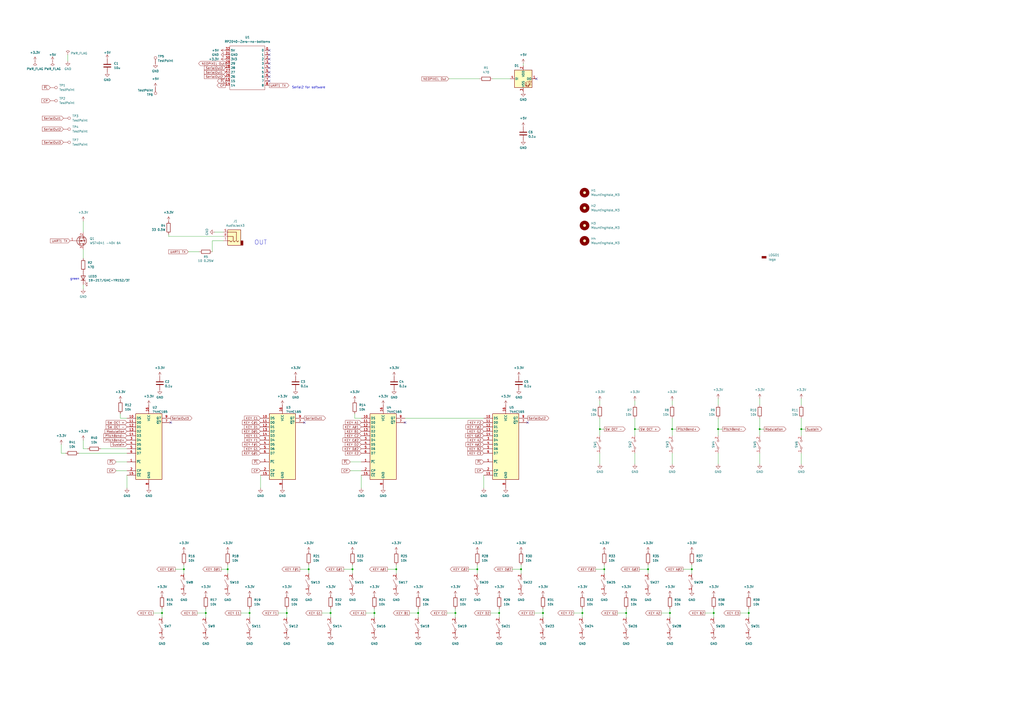
<source format=kicad_sch>
(kicad_sch (version 20250114) (generator "eeschema") (generator_version "9.0")
  (paper "A2")
  (lib_symbols
    (symbol "74xx:74HC165"
      (property "Reference" "U" (at -7.62 19.05 0))
      (property "Value" "74HC165" (at -7.62 -21.59 0))
      (symbol "74HC165_1_0"
        (pin input line (at -12.7 15.24 0) (length 5.08) (name "DS") (number "10"))
        (pin input line (at -12.7 12.7 0) (length 5.08) (name "D0") (number "11"))
        (pin input line (at -12.7 10.16 0) (length 5.08) (name "D1") (number "12"))
        (pin input line (at -12.7 7.62 0) (length 5.08) (name "D2") (number "13"))
        (pin input line (at -12.7 5.08 0) (length 5.08) (name "D3") (number "14"))
        (pin input line (at -12.7 2.54 0) (length 5.08) (name "D4") (number "3"))
        (pin input line (at -12.7 0 0) (length 5.08) (name "D5") (number "4"))
        (pin input line (at -12.7 -2.54 0) (length 5.08) (name "D6") (number "5"))
        (pin input line (at -12.7 -5.08 0) (length 5.08) (name "D7") (number "6"))
        (pin input line (at -12.7 -10.16 0) (length 5.08) (name "~{PL}") (number "1"))
        (pin input line (at -12.7 -15.24 0) (length 5.08) (name "CP") (number "2"))
        (pin input line (at -12.7 -17.78 0) (length 5.08) (name "~{CE}") (number "15"))
        (pin power_in line (at 0 22.86 270) (length 5.08) (name "VCC") (number "16"))
        (pin power_in line (at 0 -25.4 90) (length 5.08) (name "GND") (number "8"))
        (pin output line (at 12.7 15.24 180) (length 5.08) (name "Q7") (number "9"))
        (pin output line (at 12.7 12.7 180) (length 5.08) (name "~{Q7}") (number "7"))
      )
    )
    (symbol "Connector:TestPoint" (pin_numbers (hide yes)) (pin_names (offset 0.762) (hide yes))
      (property "Reference" "TP" (at 0 6.858 0))
      (property "Value" "TestPoint" (at 0 5.08 0))
      (symbol "TestPoint_1_1"
        (pin passive line (at 0 0 90) (length 2.54) (name "1") (number "1"))
      )
    )
    (symbol "Connector_Audio:AudioJack3"
      (property "Reference" "J" (at 0 8.89 0))
      (property "Value" "AudioJack3" (at 0 6.35 0))
      (symbol "AudioJack3_1_1"
        (pin passive line (at 5.08 2.54 180) (length 2.54) (name "~") (number "S"))
        (pin passive line (at 5.08 0 180) (length 2.54) (name "~") (number "R"))
        (pin passive line (at 5.08 -2.54 180) (length 2.54) (name "~") (number "T"))
      )
    )
    (symbol "Device:C" (pin_numbers (hide yes)) (pin_names (offset 0.254))
      (property "Reference" "C" (at 0.635 2.54 0))
      (property "Value" "C" (at 0.635 -2.54 0))
      (symbol "C_1_1"
        (pin passive line (at 0 3.81 270) (length 2.794) (name "~") (number "1"))
        (pin passive line (at 0 -3.81 90) (length 2.794) (name "~") (number "2"))
      )
    )
    (symbol "Device:LED" (pin_numbers (hide yes)) (pin_names (offset 1.016) (hide yes))
      (property "Reference" "D" (at 0 2.54 0))
      (property "Value" "LED" (at 0 -2.54 0))
      (symbol "LED_1_1"
        (pin passive line (at -3.81 0 0) (length 2.54) (name "K") (number "1"))
        (pin passive line (at 3.81 0 180) (length 2.54) (name "A") (number "2"))
      )
    )
    (symbol "Device:Q_PMOS_GSD" (pin_names (offset 0) (hide yes))
      (property "Reference" "Q" (at 5.08 1.27 0))
      (property "Value" "Q_PMOS_GSD" (at 5.08 -1.27 0))
      (symbol "Q_PMOS_GSD_1_1"
        (pin input line (at -5.08 0 0) (length 2.54) (name "G") (number "1"))
        (pin passive line (at 2.54 5.08 270) (length 2.54) (name "D") (number "3"))
        (pin passive line (at 2.54 -5.08 90) (length 2.54) (name "S") (number "2"))
      )
    )
    (symbol "Device:R" (pin_numbers (hide yes)) (pin_names (offset 0))
      (property "Reference" "R" (at 2.032 0 90))
      (property "Value" "R" (at 0 0 90))
      (symbol "R_1_1"
        (pin passive line (at 0 3.81 270) (length 1.27) (name "~") (number "1"))
        (pin passive line (at 0 -3.81 90) (length 1.27) (name "~") (number "2"))
      )
    )
    (symbol "PCM_SL_Mechanical:MountingHole_M3"
      (property "Reference" "H" (at 0 7.62 0))
      (property "Value" "MountingHole_M3" (at 0 5.08 0))
    )
    (symbol "Switch:SW_SPST" (pin_names (offset 0) (hide yes))
      (property "Reference" "SW" (at 0 3.175 0))
      (property "Value" "SW_SPST" (at 0 -2.54 0))
      (symbol "SW_SPST_1_1"
        (pin passive line (at -5.08 0 0) (length 2.54) (name "A") (number "1"))
        (pin passive line (at 5.08 0 180) (length 2.54) (name "B") (number "2"))
      )
    )
    (symbol "mylib:LED_NeoPixel_XL-1615RGBC-WS2812B" (pin_names (offset 0.254))
      (property "Reference" "D" (at 5.08 5.715 0))
      (property "Value" "LED_NeoPixel_XL-1615RGBC-WS2812B" (at -42.418 -9.144 0) (show_name))
      (symbol "LED_NeoPixel_XL-1615RGBC-WS2812B_0_0"
        (text "RGB" (at 2.286 -4.191 0) (effects (font (size 0.762 0.762))))
      )
      (symbol "LED_NeoPixel_XL-1615RGBC-WS2812B_1_1"
        (pin input line (at -7.62 0 0) (length 2.54) (name "DI") (number "4"))
        (pin power_in line (at 0 7.62 270) (length 2.54) (name "VDD") (number "2"))
        (pin power_in line (at 0 -7.62 90) (length 2.54) (name "VSS") (number "3"))
        (pin output line (at 7.62 0 180) (length 2.54) (name "DO") (number "1"))
      )
    )
    (symbol "mylib:RP2040-Zero-no-bottoms"
      (property "Reference" "U" (at 0 17.78 0))
      (property "Value" "RP2040-Zero-no-bottoms" (at 0 15.24 0))
      (symbol "RP2040-Zero-no-bottoms_1_1"
        (pin power_out line (at -12.7 10.16 0) (length 2.54) (name "5V") (number "32"))
        (pin power_in line (at -12.7 7.62 0) (length 2.54) (name "GND") (number "31"))
        (pin power_out line (at -12.7 5.08 0) (length 2.54) (name "3V3") (number "30"))
        (pin bidirectional line (at -12.7 2.54 0) (length 2.54) (name "29") (number "29"))
        (pin bidirectional line (at -12.7 0 0) (length 2.54) (name "28") (number "28"))
        (pin bidirectional line (at -12.7 -2.54 0) (length 2.54) (name "27") (number "27"))
        (pin bidirectional line (at -12.7 -5.08 0) (length 2.54) (name "26") (number "26"))
        (pin bidirectional line (at -12.7 -7.62 0) (length 2.54) (name "15") (number "15"))
        (pin bidirectional line (at -12.7 -10.16 0) (length 2.54) (name "14") (number "14"))
        (pin tri_state line (at 12.7 10.16 180) (length 2.54) (name "0") (number "0"))
        (pin bidirectional line (at 12.7 7.62 180) (length 2.54) (name "1") (number "1"))
        (pin bidirectional line (at 12.7 5.08 180) (length 2.54) (name "2") (number "2"))
        (pin bidirectional line (at 12.7 2.54 180) (length 2.54) (name "3") (number "3"))
        (pin bidirectional line (at 12.7 0 180) (length 2.54) (name "4") (number "4"))
        (pin bidirectional line (at 12.7 -2.54 180) (length 2.54) (name "5") (number "5"))
        (pin bidirectional line (at 12.7 -5.08 180) (length 2.54) (name "6") (number "6"))
        (pin bidirectional line (at 12.7 -7.62 180) (length 2.54) (name "7") (number "7"))
        (pin bidirectional line (at 12.7 -10.16 180) (length 2.54) (name "8") (number "8"))
      )
    )
    (symbol "mylib:logo" (pin_numbers (hide yes)) (pin_names (offset 0) (hide yes))
      (property "Reference" "LOGO" (at 0 2.54 0))
      (property "Value" "logo" (at 0 1.27 0))
    )
    (symbol "power:+3.3V" (power) (pin_numbers (hide yes)) (pin_names (offset 0) (hide yes))
      (property "Value" "+3.3V" (at 0 3.556 0))
      (symbol "+3.3V_1_1"
        (pin power_in line (at 0 0 90) (length 0) (name "~") (number "1"))
      )
    )
    (symbol "power:+5V" (power) (pin_numbers (hide yes)) (pin_names (offset 0) (hide yes))
      (property "Value" "+5V" (at 0 3.556 0))
      (symbol "+5V_1_1"
        (pin power_in line (at 0 0 90) (length 0) (name "~") (number "1"))
      )
    )
    (symbol "power:GND" (power) (pin_numbers (hide yes)) (pin_names (offset 0) (hide yes))
      (property "Value" "GND" (at 0 -3.81 0))
      (symbol "GND_1_1"
        (pin power_in line (at 0 0 270) (length 0) (name "~") (number "1"))
      )
    )
    (symbol "power:PWR_FLAG" (power) (pin_numbers (hide yes)) (pin_names (offset 0) (hide yes))
      (property "Value" "PWR_FLAG" (at 0 3.81 0))
      (symbol "PWR_FLAG_0_0"
        (pin power_out line (at 0 0 90) (length 0) (name "~") (number "1"))
      )
    )
  )
  (text "OUT" (at 154.94 142.24 0) (effects (font (size 2.54 2.54)) (justify right bottom)))
  (text "Serial2 for software" (at 179.07 50.8 0) (effects (font (size 1.27 1.27))))
  (text "green" (at 40.64 162.56 0) (effects (font (size 1.27 1.27)) (justify left bottom)))
  (junction (at 179.07 330.2))
  (junction (at 204.47 330.2))
  (junction (at 414.02 355.6))
  (junction (at 119.38 355.6))
  (junction (at 375.92 330.2))
  (junction (at 242.57 355.6))
  (junction (at 388.62 355.6))
  (junction (at 350.52 330.2))
  (junction (at 217.17 355.6))
  (junction (at 314.96 355.6))
  (junction (at 229.87 330.2))
  (junction (at 347.98 248.92))
  (junction (at 434.34 355.6))
  (junction (at 401.32 330.2))
  (junction (at 289.56 355.6))
  (junction (at 389.89 248.92))
  (junction (at 464.82 248.92))
  (junction (at 132.08 330.2))
  (junction (at 93.98 355.6))
  (junction (at 363.22 355.6))
  (junction (at 144.78 355.6))
  (junction (at 264.16 355.6))
  (junction (at 440.69 248.92))
  (junction (at 416.56 248.92))
  (junction (at 368.3 248.92))
  (junction (at 191.77 355.6))
  (junction (at 302.26 330.2))
  (junction (at 337.82 355.6))
  (junction (at 106.68 330.2))
  (junction (at 166.37 355.6))
  (junction (at 276.86 330.2))
  (no_connect (at 176.53 245.11))
  (no_connect (at 156.21 46.99))
  (no_connect (at 234.95 245.11))
  (no_connect (at 156.21 34.29))
  (no_connect (at 156.21 41.91))
  (no_connect (at 156.21 31.75))
  (no_connect (at 311.15 45.72))
  (no_connect (at 156.21 36.83))
  (no_connect (at 156.21 29.21))
  (no_connect (at 99.06 245.11))
  (no_connect (at 306.07 245.11))
  (no_connect (at 156.21 44.45))
  (no_connect (at 156.21 39.37))
  (wire (pts (xy 199.39 330.2) (xy 204.47 330.2)))
  (wire (pts (xy 388.62 353.06) (xy 388.62 355.6)))
  (wire (pts (xy 289.56 353.06) (xy 289.56 355.6)))
  (wire (pts (xy 396.24 330.2) (xy 401.32 330.2)))
  (wire (pts (xy 106.68 327.66) (xy 106.68 330.2)))
  (wire (pts (xy 106.68 330.2) (xy 106.68 332.74)))
  (wire (pts (xy 48.26 144.78) (xy 48.26 149.86)))
  (wire (pts (xy 440.69 242.57) (xy 440.69 248.92)))
  (wire (pts (xy 375.92 327.66) (xy 375.92 330.2)))
  (wire (pts (xy 440.69 262.89) (xy 440.69 269.24)))
  (wire (pts (xy 212.09 355.6) (xy 217.17 355.6)))
  (wire (pts (xy 368.3 248.92) (xy 370.84 248.92)))
  (wire (pts (xy 429.26 355.6) (xy 434.34 355.6)))
  (wire (pts (xy 129.54 137.16) (xy 97.79 137.16)))
  (wire (pts (xy 414.02 353.06) (xy 414.02 355.6)))
  (wire (pts (xy 363.22 355.6) (xy 363.22 358.14)))
  (wire (pts (xy 229.87 330.2) (xy 229.87 332.74)))
  (wire (pts (xy 73.66 275.59) (xy 73.66 283.21)))
  (wire (pts (xy 259.08 355.6) (xy 264.16 355.6)))
  (wire (pts (xy 464.82 248.92) (xy 467.36 248.92)))
  (wire (pts (xy 388.62 355.6) (xy 388.62 358.14)))
  (wire (pts (xy 271.78 330.2) (xy 276.86 330.2)))
  (wire (pts (xy 347.98 248.92) (xy 347.98 252.73)))
  (wire (pts (xy 119.38 353.06) (xy 119.38 355.6)))
  (wire (pts (xy 151.13 275.59) (xy 151.13 283.21)))
  (wire (pts (xy 128.27 330.2) (xy 132.08 330.2)))
  (wire (pts (xy 440.69 231.14) (xy 440.69 234.95)))
  (wire (pts (xy 389.89 262.89) (xy 389.89 269.24)))
  (wire (pts (xy 464.82 248.92) (xy 464.82 252.73)))
  (wire (pts (xy 347.98 262.89) (xy 347.98 269.24)))
  (wire (pts (xy 237.49 355.6) (xy 242.57 355.6)))
  (wire (pts (xy 408.94 355.6) (xy 414.02 355.6)))
  (wire (pts (xy 347.98 248.92) (xy 350.52 248.92)))
  (wire (pts (xy 69.85 240.03) (xy 69.85 242.57)))
  (wire (pts (xy 464.82 262.89) (xy 464.82 269.24)))
  (wire (pts (xy 88.9 355.6) (xy 93.98 355.6)))
  (wire (pts (xy 161.29 355.6) (xy 166.37 355.6)))
  (wire (pts (xy 416.56 242.57) (xy 416.56 248.92)))
  (wire (pts (xy 285.75 45.72) (xy 295.91 45.72)))
  (wire (pts (xy 350.52 327.66) (xy 350.52 330.2)))
  (wire (pts (xy 204.47 330.2) (xy 204.47 332.74)))
  (wire (pts (xy 173.99 330.2) (xy 179.07 330.2)))
  (wire (pts (xy 48.26 165.1) (xy 48.26 167.64)))
  (wire (pts (xy 242.57 355.6) (xy 242.57 358.14)))
  (wire (pts (xy 314.96 355.6) (xy 314.96 358.14)))
  (wire (pts (xy 35.56 262.89) (xy 38.1 262.89)))
  (wire (pts (xy 284.48 355.6) (xy 289.56 355.6)))
  (wire (pts (xy 179.07 330.2) (xy 179.07 332.74)))
  (wire (pts (xy 123.19 139.7) (xy 123.19 146.05)))
  (wire (pts (xy 401.32 327.66) (xy 401.32 330.2)))
  (wire (pts (xy 242.57 353.06) (xy 242.57 355.6)))
  (wire (pts (xy 345.44 330.2) (xy 350.52 330.2)))
  (wire (pts (xy 144.78 353.06) (xy 144.78 355.6)))
  (wire (pts (xy 205.74 240.03) (xy 205.74 242.57)))
  (wire (pts (xy 302.26 327.66) (xy 302.26 330.2)))
  (wire (pts (xy 166.37 355.6) (xy 166.37 358.14)))
  (wire (pts (xy 368.3 242.57) (xy 368.3 248.92)))
  (wire (pts (xy 309.88 355.6) (xy 314.96 355.6)))
  (wire (pts (xy 347.98 232.41) (xy 347.98 234.95)))
  (wire (pts (xy 389.89 248.92) (xy 389.89 252.73)))
  (wire (pts (xy 191.77 355.6) (xy 191.77 358.14)))
  (wire (pts (xy 363.22 353.06) (xy 363.22 355.6)))
  (wire (pts (xy 217.17 355.6) (xy 217.17 358.14)))
  (wire (pts (xy 416.56 262.89) (xy 416.56 269.24)))
  (wire (pts (xy 368.3 232.41) (xy 368.3 234.95)))
  (wire (pts (xy 464.82 231.14) (xy 464.82 234.95)))
  (wire (pts (xy 332.74 355.6) (xy 337.82 355.6)))
  (wire (pts (xy 358.14 355.6) (xy 363.22 355.6)))
  (wire (pts (xy 35.56 257.81) (xy 35.56 262.89)))
  (wire (pts (xy 416.56 248.92) (xy 419.1 248.92)))
  (wire (pts (xy 97.79 135.89) (xy 97.79 137.16)))
  (wire (pts (xy 434.34 355.6) (xy 434.34 358.14)))
  (wire (pts (xy 45.72 262.89) (xy 73.66 262.89)))
  (wire (pts (xy 39.37 31.75) (xy 39.37 35.56)))
  (wire (pts (xy 58.42 260.35) (xy 73.66 260.35)))
  (wire (pts (xy 389.89 242.57) (xy 389.89 248.92)))
  (wire (pts (xy 203.2 273.05) (xy 209.55 273.05)))
  (wire (pts (xy 440.69 248.92) (xy 443.23 248.92)))
  (wire (pts (xy 389.89 232.41) (xy 389.89 234.95)))
  (wire (pts (xy 93.98 355.6) (xy 93.98 358.14)))
  (wire (pts (xy 337.82 355.6) (xy 337.82 358.14)))
  (wire (pts (xy 368.3 248.92) (xy 368.3 252.73)))
  (wire (pts (xy 191.77 353.06) (xy 191.77 355.6)))
  (wire (pts (xy 144.78 355.6) (xy 144.78 358.14)))
  (wire (pts (xy 416.56 231.14) (xy 416.56 234.95)))
  (wire (pts (xy 93.98 353.06) (xy 93.98 355.6)))
  (wire (pts (xy 264.16 355.6) (xy 264.16 358.14)))
  (wire (pts (xy 129.54 134.62) (xy 124.46 134.62)))
  (wire (pts (xy 383.54 355.6) (xy 388.62 355.6)))
  (wire (pts (xy 179.07 327.66) (xy 179.07 330.2)))
  (wire (pts (xy 132.08 330.2) (xy 132.08 332.74)))
  (wire (pts (xy 337.82 353.06) (xy 337.82 355.6)))
  (wire (pts (xy 186.69 355.6) (xy 191.77 355.6)))
  (wire (pts (xy 368.3 262.89) (xy 368.3 269.24)))
  (wire (pts (xy 434.34 353.06) (xy 434.34 355.6)))
  (wire (pts (xy 224.79 330.2) (xy 229.87 330.2)))
  (wire (pts (xy 370.84 330.2) (xy 375.92 330.2)))
  (wire (pts (xy 276.86 327.66) (xy 276.86 330.2)))
  (wire (pts (xy 217.17 353.06) (xy 217.17 355.6)))
  (wire (pts (xy 205.74 242.57) (xy 209.55 242.57)))
  (wire (pts (xy 314.96 353.06) (xy 314.96 355.6)))
  (wire (pts (xy 297.18 330.2) (xy 302.26 330.2)))
  (wire (pts (xy 139.7 355.6) (xy 144.78 355.6)))
  (wire (pts (xy 48.26 128.27) (xy 48.26 134.62)))
  (wire (pts (xy 119.38 355.6) (xy 119.38 358.14)))
  (wire (pts (xy 350.52 330.2) (xy 350.52 332.74)))
  (wire (pts (xy 416.56 248.92) (xy 416.56 252.73)))
  (wire (pts (xy 234.95 242.57) (xy 280.67 242.57)))
  (wire (pts (xy 440.69 248.92) (xy 440.69 252.73)))
  (wire (pts (xy 229.87 327.66) (xy 229.87 330.2)))
  (wire (pts (xy 302.26 330.2) (xy 302.26 332.74)))
  (wire (pts (xy 48.26 255.27) (xy 48.26 260.35)))
  (wire (pts (xy 69.85 242.57) (xy 73.66 242.57)))
  (wire (pts (xy 123.19 139.7) (xy 129.54 139.7)))
  (wire (pts (xy 114.3 355.6) (xy 119.38 355.6)))
  (wire (pts (xy 401.32 330.2) (xy 401.32 332.74)))
  (wire (pts (xy 347.98 242.57) (xy 347.98 248.92)))
  (wire (pts (xy 109.22 146.05) (xy 115.57 146.05)))
  (wire (pts (xy 303.53 36.83) (xy 303.53 38.1)))
  (wire (pts (xy 67.31 267.97) (xy 73.66 267.97)))
  (wire (pts (xy 101.6 330.2) (xy 106.68 330.2)))
  (wire (pts (xy 132.08 327.66) (xy 132.08 330.2)))
  (wire (pts (xy 264.16 353.06) (xy 264.16 355.6)))
  (wire (pts (xy 260.35 45.72) (xy 278.13 45.72)))
  (wire (pts (xy 414.02 355.6) (xy 414.02 358.14)))
  (wire (pts (xy 289.56 355.6) (xy 289.56 358.14)))
  (wire (pts (xy 464.82 242.57) (xy 464.82 248.92)))
  (wire (pts (xy 67.31 273.05) (xy 73.66 273.05)))
  (wire (pts (xy 280.67 275.59) (xy 280.67 283.21)))
  (wire (pts (xy 204.47 327.66) (xy 204.47 330.2)))
  (wire (pts (xy 203.2 267.97) (xy 209.55 267.97)))
  (wire (pts (xy 48.26 260.35) (xy 50.8 260.35)))
  (wire (pts (xy 375.92 330.2) (xy 375.92 332.74)))
  (wire (pts (xy 276.86 330.2) (xy 276.86 332.74)))
  (wire (pts (xy 166.37 353.06) (xy 166.37 355.6)))
  (wire (pts (xy 209.55 275.59) (xy 209.55 283.21)))
  (wire (pts (xy 389.89 248.92) (xy 392.43 248.92)))
  (global_label "~{PL}" (shape input) (at 280.67 267.97 180) (property "Intersheetrefs" "${INTERSHEET_REFS}" (effects (hide yes))))
  (global_label "UART1 TX" (shape input) (at 109.22 146.05 180) (property "Intersheetrefs" "${INTERSHEET_REFS}" (effects (hide yes))))
  (global_label "KEY C#1" (shape input) (at 151.13 245.11 180) (property "Intersheetrefs" "${INTERSHEET_REFS}" (effects (hide yes))))
  (global_label "KEY D#1" (shape input) (at 151.13 250.19 180) (property "Intersheetrefs" "${INTERSHEET_REFS}" (effects (hide yes))))
  (global_label "Sustain" (shape output) (at 467.36 248.92 0) (property "Intersheetrefs" "${INTERSHEET_REFS}" (effects (hide yes))))
  (global_label "UART1 TX" (shape output) (at 156.21 49.53 0) (property "Intersheetrefs" "${INTERSHEET_REFS}" (effects (hide yes))))
  (global_label "KEY F2" (shape input) (at 280.67 245.11 180) (property "Intersheetrefs" "${INTERSHEET_REFS}" (effects (hide yes))))
  (global_label "KEY A#1" (shape input) (at 209.55 247.65 180) (property "Intersheetrefs" "${INTERSHEET_REFS}" (effects (hide yes))))
  (global_label "PitchBend-" (shape output) (at 419.1 248.92 0) (property "Intersheetrefs" "${INTERSHEET_REFS}" (effects (hide yes))))
  (global_label "KEY G#1" (shape output) (at 199.39 330.2 180) (property "Intersheetrefs" "${INTERSHEET_REFS}" (effects (hide yes))))
  (global_label "Sustain" (shape input) (at 73.66 257.81 180) (property "Intersheetrefs" "${INTERSHEET_REFS}" (effects (hide yes))))
  (global_label "UART1 TX" (shape input) (at 40.64 139.7 180) (property "Intersheetrefs" "${INTERSHEET_REFS}" (effects (hide yes))))
  (global_label "PitchBend+" (shape output) (at 392.43 248.92 0) (property "Intersheetrefs" "${INTERSHEET_REFS}" (effects (hide yes))))
  (global_label "SW OCT +" (shape output) (at 370.84 248.92 0) (property "Intersheetrefs" "${INTERSHEET_REFS}" (effects (hide yes))))
  (global_label "KEY F#1" (shape input) (at 151.13 257.81 180) (property "Intersheetrefs" "${INTERSHEET_REFS}" (effects (hide yes))))
  (global_label "CP" (shape input) (at 280.67 273.05 180) (property "Intersheetrefs" "${INTERSHEET_REFS}" (effects (hide yes))))
  (global_label "KEY E2" (shape output) (at 309.88 355.6 180) (property "Intersheetrefs" "${INTERSHEET_REFS}" (effects (hide yes))))
  (global_label "KEY C#1" (shape output) (at 101.6 330.2 180) (property "Intersheetrefs" "${INTERSHEET_REFS}" (effects (hide yes))))
  (global_label "KEY G2" (shape input) (at 280.67 250.19 180) (property "Intersheetrefs" "${INTERSHEET_REFS}" (effects (hide yes))))
  (global_label "NEOPIXEL Out" (shape output) (at 130.81 36.83 180) (property "Intersheetrefs" "${INTERSHEET_REFS}" (effects (hide yes))))
  (global_label "KEY E1" (shape input) (at 151.13 252.73 180) (property "Intersheetrefs" "${INTERSHEET_REFS}" (effects (hide yes))))
  (global_label "KEY A#2" (shape input) (at 280.67 257.81 180) (property "Intersheetrefs" "${INTERSHEET_REFS}" (effects (hide yes))))
  (global_label "KEY F1" (shape input) (at 151.13 255.27 180) (property "Intersheetrefs" "${INTERSHEET_REFS}" (effects (hide yes))))
  (global_label "SW OCT -" (shape output) (at 350.52 248.92 0) (property "Intersheetrefs" "${INTERSHEET_REFS}" (effects (hide yes))))
  (global_label "KEY F2" (shape output) (at 332.74 355.6 180) (property "Intersheetrefs" "${INTERSHEET_REFS}" (effects (hide yes))))
  (global_label "SerialOut3" (shape input) (at 130.81 39.37 180) (property "Intersheetrefs" "${INTERSHEET_REFS}" (effects (hide yes))))
  (global_label "KEY G#1" (shape input) (at 151.13 262.89 180) (property "Intersheetrefs" "${INTERSHEET_REFS}" (effects (hide yes))))
  (global_label "SerialOut2" (shape input) (at 130.81 44.45 180) (property "Intersheetrefs" "${INTERSHEET_REFS}" (effects (hide yes))))
  (global_label "KEY D1" (shape output) (at 114.3 355.6 180) (property "Intersheetrefs" "${INTERSHEET_REFS}" (effects (hide yes))))
  (global_label "KEY C2" (shape input) (at 209.55 252.73 180) (property "Intersheetrefs" "${INTERSHEET_REFS}" (effects (hide yes))))
  (global_label "KEY G1" (shape output) (at 186.69 355.6 180) (property "Intersheetrefs" "${INTERSHEET_REFS}" (effects (hide yes))))
  (global_label "CP" (shape input) (at 67.31 273.05 180) (property "Intersheetrefs" "${INTERSHEET_REFS}" (effects (hide yes))))
  (global_label "KEY A2" (shape output) (at 383.54 355.6 180) (property "Intersheetrefs" "${INTERSHEET_REFS}" (effects (hide yes))))
  (global_label "KEY A2" (shape input) (at 280.67 255.27 180) (property "Intersheetrefs" "${INTERSHEET_REFS}" (effects (hide yes))))
  (global_label "SW OCT -" (shape input) (at 73.66 247.65 180) (property "Intersheetrefs" "${INTERSHEET_REFS}" (effects (hide yes))))
  (global_label "SerialOut1" (shape input) (at 36.83 68.58 180) (property "Intersheetrefs" "${INTERSHEET_REFS}" (effects (hide yes))))
  (global_label "KEY C1" (shape input) (at 151.13 242.57 180) (property "Intersheetrefs" "${INTERSHEET_REFS}" (effects (hide yes))))
  (global_label "KEY C3" (shape input) (at 280.67 262.89 180) (property "Intersheetrefs" "${INTERSHEET_REFS}" (effects (hide yes))))
  (global_label "PitchBend-" (shape input) (at 73.66 252.73 180) (property "Intersheetrefs" "${INTERSHEET_REFS}" (effects (hide yes))))
  (global_label "KEY D#2" (shape output) (at 297.18 330.2 180) (property "Intersheetrefs" "${INTERSHEET_REFS}" (effects (hide yes))))
  (global_label "KEY C2" (shape output) (at 259.08 355.6 180) (property "Intersheetrefs" "${INTERSHEET_REFS}" (effects (hide yes))))
  (global_label "KEY C#2" (shape output) (at 271.78 330.2 180) (property "Intersheetrefs" "${INTERSHEET_REFS}" (effects (hide yes))))
  (global_label "SW OCT +" (shape input) (at 73.66 245.11 180) (property "Intersheetrefs" "${INTERSHEET_REFS}" (effects (hide yes))))
  (global_label "KEY D1" (shape input) (at 151.13 247.65 180) (property "Intersheetrefs" "${INTERSHEET_REFS}" (effects (hide yes))))
  (global_label "~{PL}" (shape input) (at 151.13 267.97 180) (property "Intersheetrefs" "${INTERSHEET_REFS}" (effects (hide yes))))
  (global_label "KEY E2" (shape input) (at 209.55 262.89 180) (property "Intersheetrefs" "${INTERSHEET_REFS}" (effects (hide yes))))
  (global_label "KEY C1" (shape output) (at 88.9 355.6 180) (property "Intersheetrefs" "${INTERSHEET_REFS}" (effects (hide yes))))
  (global_label "KEY C3" (shape output) (at 429.26 355.6 180) (property "Intersheetrefs" "${INTERSHEET_REFS}" (effects (hide yes))))
  (global_label "CP" (shape input) (at 203.2 273.05 180) (property "Intersheetrefs" "${INTERSHEET_REFS}" (effects (hide yes))))
  (global_label "KEY G1" (shape input) (at 151.13 260.35 180) (property "Intersheetrefs" "${INTERSHEET_REFS}" (effects (hide yes))))
  (global_label "SerialOut2" (shape output) (at 306.07 242.57 0) (property "Intersheetrefs" "${INTERSHEET_REFS}" (effects (hide yes))))
  (global_label "SerialOut3" (shape output) (at 99.06 242.57 0) (property "Intersheetrefs" "${INTERSHEET_REFS}" (effects (hide yes))))
  (global_label "KEY A#1" (shape output) (at 224.79 330.2 180) (property "Intersheetrefs" "${INTERSHEET_REFS}" (effects (hide yes))))
  (global_label "Modulation" (shape output) (at 443.23 248.92 0) (property "Intersheetrefs" "${INTERSHEET_REFS}" (effects (hide yes))))
  (global_label "KEY G#2" (shape output) (at 370.84 330.2 180) (property "Intersheetrefs" "${INTERSHEET_REFS}" (effects (hide yes))))
  (global_label "KEY B2" (shape input) (at 280.67 260.35 180) (property "Intersheetrefs" "${INTERSHEET_REFS}" (effects (hide yes))))
  (global_label "CP" (shape input) (at 151.13 273.05 180) (property "Intersheetrefs" "${INTERSHEET_REFS}" (effects (hide yes))))
  (global_label "Modulation" (shape input) (at 73.66 250.19 180) (property "Intersheetrefs" "${INTERSHEET_REFS}" (effects (hide yes))))
  (global_label "KEY F#2" (shape output) (at 345.44 330.2 180) (property "Intersheetrefs" "${INTERSHEET_REFS}" (effects (hide yes))))
  (global_label "SerialOut1" (shape output) (at 176.53 242.57 0) (property "Intersheetrefs" "${INTERSHEET_REFS}" (effects (hide yes))))
  (global_label "KEY E1" (shape output) (at 139.7 355.6 180) (property "Intersheetrefs" "${INTERSHEET_REFS}" (effects (hide yes))))
  (global_label "KEY A1" (shape input) (at 209.55 245.11 180) (property "Intersheetrefs" "${INTERSHEET_REFS}" (effects (hide yes))))
  (global_label "KEY B1" (shape output) (at 237.49 355.6 180) (property "Intersheetrefs" "${INTERSHEET_REFS}" (effects (hide yes))))
  (global_label "KEY D#1" (shape output) (at 128.27 330.2 180) (property "Intersheetrefs" "${INTERSHEET_REFS}" (effects (hide yes))))
  (global_label "~{PL}" (shape input) (at 203.2 267.97 180) (property "Intersheetrefs" "${INTERSHEET_REFS}" (effects (hide yes))))
  (global_label "KEY G#2" (shape input) (at 280.67 252.73 180) (property "Intersheetrefs" "${INTERSHEET_REFS}" (effects (hide yes))))
  (global_label "KEY G2" (shape output) (at 358.14 355.6 180) (property "Intersheetrefs" "${INTERSHEET_REFS}" (effects (hide yes))))
  (global_label "~{PL}" (shape input) (at 67.31 267.97 180) (property "Intersheetrefs" "${INTERSHEET_REFS}" (effects (hide yes))))
  (global_label "KEY D#2" (shape input) (at 209.55 260.35 180) (property "Intersheetrefs" "${INTERSHEET_REFS}" (effects (hide yes))))
  (global_label "KEY C#2" (shape input) (at 209.55 255.27 180) (property "Intersheetrefs" "${INTERSHEET_REFS}" (effects (hide yes))))
  (global_label "KEY D2" (shape input) (at 209.55 257.81 180) (property "Intersheetrefs" "${INTERSHEET_REFS}" (effects (hide yes))))
  (global_label "KEY F#1" (shape output) (at 173.99 330.2 180) (property "Intersheetrefs" "${INTERSHEET_REFS}" (effects (hide yes))))
  (global_label "SerialOut2" (shape input) (at 36.83 74.93 180) (property "Intersheetrefs" "${INTERSHEET_REFS}" (effects (hide yes))))
  (global_label "PitchBend+" (shape input) (at 73.66 255.27 180) (property "Intersheetrefs" "${INTERSHEET_REFS}" (effects (hide yes))))
  (global_label "~{PL}" (shape output) (at 130.81 46.99 180) (property "Intersheetrefs" "${INTERSHEET_REFS}" (effects (hide yes))))
  (global_label "KEY F#2" (shape input) (at 280.67 247.65 180) (property "Intersheetrefs" "${INTERSHEET_REFS}" (effects (hide yes))))
  (global_label "SerialOut3" (shape input) (at 36.83 82.55 180) (property "Intersheetrefs" "${INTERSHEET_REFS}" (effects (hide yes))))
  (global_label "KEY B2" (shape output) (at 408.94 355.6 180) (property "Intersheetrefs" "${INTERSHEET_REFS}" (effects (hide yes))))
  (global_label "KEY A1" (shape output) (at 212.09 355.6 180) (property "Intersheetrefs" "${INTERSHEET_REFS}" (effects (hide yes))))
  (global_label "KEY F1" (shape output) (at 161.29 355.6 180) (property "Intersheetrefs" "${INTERSHEET_REFS}" (effects (hide yes))))
  (global_label "KEY A#2" (shape output) (at 396.24 330.2 180) (property "Intersheetrefs" "${INTERSHEET_REFS}" (effects (hide yes))))
  (global_label "~{PL}" (shape input) (at 29.21 50.8 180) (property "Intersheetrefs" "${INTERSHEET_REFS}" (effects (hide yes))))
  (global_label "SerialOut1" (shape input) (at 130.81 41.91 180) (property "Intersheetrefs" "${INTERSHEET_REFS}" (effects (hide yes))))
  (global_label "NEOPIXEL Out" (shape input) (at 260.35 45.72 180) (property "Intersheetrefs" "${INTERSHEET_REFS}" (effects (hide yes))))
  (global_label "KEY D2" (shape output) (at 284.48 355.6 180) (property "Intersheetrefs" "${INTERSHEET_REFS}" (effects (hide yes))))
  (global_label "CP" (shape output) (at 130.81 49.53 180) (property "Intersheetrefs" "${INTERSHEET_REFS}" (effects (hide yes))))
  (global_label "KEY B1" (shape input) (at 209.55 250.19 180) (property "Intersheetrefs" "${INTERSHEET_REFS}" (effects (hide yes))))
  (global_label "CP" (shape input) (at 29.21 58.42 180) (property "Intersheetrefs" "${INTERSHEET_REFS}" (effects (hide yes))))
  (symbol (lib_id "Device:LED") (at 48.26 161.29 90) (unit 1)
    (property "Reference" "LED3" (at 51.2572 160.2994 90) (effects (justify right)))
    (property "Value" "19-217/GHC-YR1S2/3T" (at 51.2572 162.6108 90) (effects (justify right)))
    (property "Footprint" "LED_SMD:LED_0603_1608Metric_Pad1.05x0.95mm_HandSolder" (effects (hide yes)))
    (property "LCSC" "C72043" (effects (hide yes)))
  )
  (symbol (lib_id "Switch:SW_SPST") (at 368.3 257.81 90) (unit 1)
    (property "Reference" "SW2" (at 365.4862 257.81 0))
    (property "Value" "SW_SPST" (effects (hide yes)))
    (property "Footprint" "my_footprint:Switch_Tactile_TS1187A26017_C22459525" (effects (hide yes)))
    (property "LCSC" "C22459525" (effects (hide yes)))
  )
  (symbol (lib_id "power:GND") (at 90.17 36.83 0) (unit 1)
    (property "Reference" "#PWR015" (effects (hide yes)))
    (property "Value" "GND" (at 90.17 41.2734 0))
    (property "Description" "Power symbol creates a global label with name \"GND\" , ground" (effects (hide yes)))
  )
  (symbol (lib_id "power:+5V") (at 62.23 34.29 0) (unit 1)
    (property "Reference" "#PWR06" (effects (hide yes)))
    (property "Value" "+5V" (at 62.23 30.48 0))
    (property "Description" "Power symbol creates a global label with name \"+5V\"" (effects (hide yes)))
  )
  (symbol (lib_id "Switch:SW_SPST") (at 363.22 363.22 90) (unit 1)
    (property "Reference" "SW26" (at 364.49 363.2199 90) (effects (justify right)))
    (property "Value" "SW_SPST" (effects (hide yes)))
    (property "Footprint" "my_footprint:Switch_Tactile_TSB008A2518A_C2888455" (effects (hide yes)))
    (property "LCSC" "C2888456" (effects (hide yes)))
  )
  (symbol (lib_id "power:+3.3V") (at 222.25 234.95 0) (unit 1)
    (property "Reference" "#PWR052" (effects (hide yes)))
    (property "Value" "+3.3V" (at 222.25 229.87 0))
    (property "Description" "Power symbol creates a global label with name \"+3.3V\"" (effects (hide yes)))
  )
  (symbol (lib_id "power:GND") (at 347.98 269.24 0) (unit 1)
    (property "Reference" "#PWR088" (effects (hide yes)))
    (property "Value" "GND" (at 347.98 273.6834 0))
    (property "Description" "Power symbol creates a global label with name \"GND\" , ground" (effects (hide yes)))
  )
  (symbol (lib_id "power:+3.3V") (at 375.92 320.04 0) (unit 1)
    (property "Reference" "#PWR0103" (effects (hide yes)))
    (property "Value" "+3.3V" (at 375.92 314.96 0))
    (property "Description" "Power symbol creates a global label with name \"+3.3V\"" (effects (hide yes)))
  )
  (symbol (lib_id "Switch:SW_SPST") (at 440.69 257.81 90) (unit 1)
    (property "Reference" "SW5" (at 437.8762 257.81 0))
    (property "Value" "SW_SPST" (effects (hide yes)))
    (property "Footprint" "my_footprint:Switch_Tactile_TS1187A26017_C22459525" (effects (hide yes)))
    (property "LCSC" "C22459525" (effects (hide yes)))
  )
  (symbol (lib_id "power:GND") (at 222.25 283.21 0) (unit 1)
    (property "Reference" "#PWR053" (effects (hide yes)))
    (property "Value" "GND" (at 222.25 287.6534 0))
    (property "Description" "Power symbol creates a global label with name \"GND\" , ground" (effects (hide yes)))
  )
  (symbol (lib_id "Device:R") (at 242.57 349.25 180) (unit 1)
    (property "Reference" "R26" (at 245.11 347.9799 0) (effects (justify right)))
    (property "Value" "10k" (at 245.11 350.5199 0) (effects (justify right)))
    (property "Footprint" "Resistor_SMD:R_0402_1005Metric" (effects (hide yes)))
    (property "Description" "Resistor" (effects (hide yes)))
    (property "LCSC" "C25744" (effects (hide yes)))
  )
  (symbol (lib_id "Switch:SW_SPST") (at 93.98 363.22 90) (unit 1)
    (property "Reference" "SW7" (at 95.25 363.2199 90) (effects (justify right)))
    (property "Value" "SW_SPST" (effects (hide yes)))
    (property "Footprint" "my_footprint:Switch_Tactile_TSB008A2518A_C2888455" (effects (hide yes)))
    (property "LCSC" "C2888456" (effects (hide yes)))
  )
  (symbol (lib_id "power:GND") (at 276.86 342.9 0) (unit 1)
    (property "Reference" "#PWR063" (effects (hide yes)))
    (property "Value" "GND" (at 276.86 347.98 0))
    (property "Description" "Power symbol creates a global label with name \"GND\" , ground" (effects (hide yes)))
  )
  (symbol (lib_id "power:+3.3V") (at 276.86 320.04 0) (unit 1)
    (property "Reference" "#PWR062" (effects (hide yes)))
    (property "Value" "+3.3V" (at 276.86 314.96 0))
    (property "Description" "Power symbol creates a global label with name \"+3.3V\"" (effects (hide yes)))
  )
  (symbol (lib_id "Device:R") (at 48.26 153.67 0) (unit 1)
    (property "Reference" "R2" (at 50.8 152.3999 0) (effects (justify left)))
    (property "Value" "470" (at 50.8 154.9399 0) (effects (justify left)))
    (property "Footprint" "Resistor_SMD:R_0402_1005Metric" (effects (hide yes)))
    (property "Description" "Resistor" (effects (hide yes)))
    (property "LCSC" "C25117" (effects (hide yes)))
  )
  (symbol (lib_id "power:+3.3V") (at 92.71 218.44 0) (unit 1)
    (property "Reference" "#PWR017" (effects (hide yes)))
    (property "Value" "+3.3V" (at 92.71 213.36 0))
    (property "Description" "Power symbol creates a global label with name \"+3.3V\"" (effects (hide yes)))
  )
  (symbol (lib_id "Device:R") (at 229.87 323.85 180) (unit 1)
    (property "Reference" "R25" (at 232.41 322.5799 0) (effects (justify right)))
    (property "Value" "10k" (at 232.41 325.1199 0) (effects (justify right)))
    (property "Footprint" "Resistor_SMD:R_0402_1005Metric" (effects (hide yes)))
    (property "Description" "Resistor" (effects (hide yes)))
    (property "LCSC" "C25744" (effects (hide yes)))
  )
  (symbol (lib_id "Switch:SW_SPST") (at 289.56 363.22 90) (unit 1)
    (property "Reference" "SW21" (at 290.83 363.2199 90) (effects (justify right)))
    (property "Value" "SW_SPST" (effects (hide yes)))
    (property "Footprint" "my_footprint:Switch_Tactile_TSB008A2518A_C2888455" (effects (hide yes)))
    (property "LCSC" "C2888456" (effects (hide yes)))
  )
  (symbol (lib_id "mylib:LED_NeoPixel_XL-1615RGBC-WS2812B") (at 303.53 45.72 0) (unit 1)
    (property "Reference" "D1" (at 299.72 38.1 0))
    (property "Value" "LED_NeoPixel_XL-1615RGBC-WS2812B" (effects (hide yes)))
    (property "Footprint" "my_footprint:LED_NeoPixel_XL-1615RGBC-WS2812B" (effects (hide yes)))
    (property "Description" "RGB LED with integrated controller" (effects (hide yes)))
    (property "LCSC" "C5349954" (effects (hide yes)))
  )
  (symbol (lib_id "power:+3.3V") (at 132.08 320.04 0) (unit 1)
    (property "Reference" "#PWR028" (effects (hide yes)))
    (property "Value" "+3.3V" (at 132.08 314.96 0))
    (property "Description" "Power symbol creates a global label with name \"+3.3V\"" (effects (hide yes)))
  )
  (symbol (lib_id "power:+3.3V") (at 302.26 320.04 0) (unit 1)
    (property "Reference" "#PWR069" (effects (hide yes)))
    (property "Value" "+3.3V" (at 302.26 314.96 0))
    (property "Description" "Power symbol creates a global label with name \"+3.3V\"" (effects (hide yes)))
  )
  (symbol (lib_id "74xx:74HC165") (at 293.37 257.81 0) (unit 1)
    (property "Reference" "U5" (at 295.3894 236.3302 0) (effects (justify left)))
    (property "Value" "74HC165" (at 295.3894 238.8671 0) (effects (justify left)))
    (property "Footprint" "Package_SO:TSSOP-16_4.4x5mm_P0.65mm" (effects (hide yes)))
    (property "Datasheet" "https://assets.nexperia.com/documents/data-sheet/74HC_HCT165.pdf" (effects (hide yes)))
    (property "LCSC" "C80696" (effects (hide yes)))
  )
  (symbol (lib_id "Device:R") (at 54.61 260.35 270) (unit 1)
    (property "Reference" "R40" (at 54.61 254 90))
    (property "Value" "10k" (at 54.61 256.54 90))
    (property "Footprint" "Resistor_SMD:R_0402_1005Metric" (effects (hide yes)))
    (property "Description" "Resistor" (effects (hide yes)))
    (property "LCSC" "C25744" (effects (hide yes)))
  )
  (symbol (lib_id "Device:R") (at 119.38 146.05 270) (mirror x) (unit 1)
    (property "Reference" "R5" (at 119.38 148.971 90))
    (property "Value" "10 0.25W" (at 119.38 151.2824 90))
    (property "Footprint" "Resistor_SMD:R_1206_3216Metric_Pad1.30x1.75mm_HandSolder" (effects (hide yes)))
    (property "LCSC" "C17903" (effects (hide yes)))
  )
  (symbol (lib_id "power:GND") (at 191.77 368.3 0) (unit 1)
    (property "Reference" "#PWR045" (effects (hide yes)))
    (property "Value" "GND" (at 191.77 373.38 0))
    (property "Description" "Power symbol creates a global label with name \"GND\" , ground" (effects (hide yes)))
  )
  (symbol (lib_id "Switch:SW_SPST") (at 229.87 337.82 90) (unit 1)
    (property "Reference" "SW17" (at 231.14 337.8199 90) (effects (justify right)))
    (property "Value" "SW_SPST" (effects (hide yes)))
    (property "Footprint" "my_footprint:Switch_Tactile_TSB008A2518A_C2888455" (effects (hide yes)))
    (property "LCSC" "C2888456" (effects (hide yes)))
  )
  (symbol (lib_id "Device:R") (at 144.78 349.25 180) (unit 1)
    (property "Reference" "R19" (at 147.32 347.9799 0) (effects (justify right)))
    (property "Value" "10k" (at 147.32 350.5199 0) (effects (justify right)))
    (property "Footprint" "Resistor_SMD:R_0402_1005Metric" (effects (hide yes)))
    (property "Description" "Resistor" (effects (hide yes)))
    (property "LCSC" "C25744" (effects (hide yes)))
  )
  (symbol (lib_id "power:+3.3V") (at 414.02 345.44 0) (unit 1)
    (property "Reference" "#PWR0125" (effects (hide yes)))
    (property "Value" "+3.3V" (at 414.02 340.36 0))
    (property "Description" "Power symbol creates a global label with name \"+3.3V\"" (effects (hide yes)))
  )
  (symbol (lib_id "power:GND") (at 73.66 283.21 0) (unit 1)
    (property "Reference" "#PWR011" (effects (hide yes)))
    (property "Value" "GND" (at 73.66 287.6534 0))
    (property "Description" "Power symbol creates a global label with name \"GND\" , ground" (effects (hide yes)))
  )
  (symbol (lib_id "power:+3.3V") (at 293.37 234.95 0) (unit 1)
    (property "Reference" "#PWR012" (effects (hide yes)))
    (property "Value" "+3.3V" (at 293.37 229.87 0))
    (property "Description" "Power symbol creates a global label with name \"+3.3V\"" (effects (hide yes)))
  )
  (symbol (lib_id "Device:C") (at 300.99 222.25 0) (unit 1)
    (property "Reference" "C5" (at 303.911 221.4153 0) (effects (justify left)))
    (property "Value" "0.1u" (at 303.911 223.9522 0) (effects (justify left)))
    (property "Footprint" "Capacitor_SMD:C_0402_1005Metric_Pad0.74x0.62mm_HandSolder" (effects (hide yes)))
    (property "LCSC" "C1525" (effects (hide yes)))
  )
  (symbol (lib_id "Switch:SW_SPST") (at 414.02 363.22 90) (unit 1)
    (property "Reference" "SW30" (at 415.29 363.2199 90) (effects (justify right)))
    (property "Value" "SW_SPST" (effects (hide yes)))
    (property "Footprint" "my_footprint:Switch_Tactile_TSB008A2518A_C2888455" (effects (hide yes)))
    (property "LCSC" "C2888456" (effects (hide yes)))
  )
  (symbol (lib_id "Connector:TestPoint") (at 36.83 68.58 270) (unit 1)
    (property "Reference" "TP3" (at 41.91 67.3099 90) (effects (justify left)))
    (property "Value" "TestPoint" (at 41.91 69.8499 90) (effects (justify left)))
    (property "Footprint" "TestPoint:TestPoint_THTPad_1.0x1.0mm_Drill0.5mm" (effects (hide yes)))
  )
  (symbol (lib_id "power:+5V") (at 90.17 50.8 0) (unit 1)
    (property "Reference" "#PWR016" (effects (hide yes)))
    (property "Value" "+5V" (at 90.17 45.72 0))
    (property "Description" "Power symbol creates a global label with name \"+5V\"" (effects (hide yes)))
  )
  (symbol (lib_id "power:GND") (at 144.78 368.3 0) (unit 1)
    (property "Reference" "#PWR031" (effects (hide yes)))
    (property "Value" "GND" (at 144.78 373.38 0))
    (property "Description" "Power symbol creates a global label with name \"GND\" , ground" (effects (hide yes)))
  )
  (symbol (lib_id "PCM_SL_Mechanical:MountingHole_M3") (at 339.09 120.65 0) (unit 1)
    (property "Reference" "H2" (at 342.9 119.3799 0) (effects (justify left)))
    (property "Value" "MountingHole_M3" (at 342.9 121.9199 0) (effects (justify left)))
    (property "Footprint" "MountingHole:MountingHole_2.2mm_M2" (effects (hide yes)))
    (property "Description" "3.2mm Diameter Mounting Hole (M3)" (effects (hide yes)))
  )
  (symbol (lib_id "power:+3.3V") (at 163.83 234.95 0) (unit 1)
    (property "Reference" "#PWR033" (effects (hide yes)))
    (property "Value" "+3.3V" (at 163.83 229.87 0))
    (property "Description" "Power symbol creates a global label with name \"+3.3V\"" (effects (hide yes)))
  )
  (symbol (lib_id "74xx:74HC165") (at 86.36 257.81 0) (unit 1)
    (property "Reference" "U2" (at 88.3794 236.3302 0) (effects (justify left)))
    (property "Value" "74HC165" (at 88.3794 238.8671 0) (effects (justify left)))
    (property "Footprint" "Package_SO:TSSOP-16_4.4x5mm_P0.65mm" (effects (hide yes)))
    (property "Datasheet" "https://assets.nexperia.com/documents/data-sheet/74HC_HCT165.pdf" (effects (hide yes)))
    (property "LCSC" "C80696" (effects (hide yes)))
  )
  (symbol (lib_id "power:+3.3V") (at 48.26 255.27 0) (unit 1)
    (property "Reference" "#PWR077" (effects (hide yes)))
    (property "Value" "+3.3V" (at 48.26 250.19 0))
    (property "Description" "Power symbol creates a global label with name \"+3.3V\"" (effects (hide yes)))
  )
  (symbol (lib_id "power:+3.3V") (at 204.47 320.04 0) (unit 1)
    (property "Reference" "#PWR046" (effects (hide yes)))
    (property "Value" "+3.3V" (at 204.47 314.96 0))
    (property "Description" "Power symbol creates a global label with name \"+3.3V\"" (effects (hide yes)))
  )
  (symbol (lib_id "Device:C") (at 62.23 38.1 0) (unit 1)
    (property "Reference" "C1" (at 66.04 36.8299 0) (effects (justify left)))
    (property "Value" "10u" (at 66.04 39.3699 0) (effects (justify left)))
    (property "Footprint" "Capacitor_SMD:C_1206_3216Metric_Pad1.33x1.80mm_HandSolder" (effects (hide yes)))
    (property "LCSC" "C13585" (effects (hide yes)))
  )
  (symbol (lib_id "Device:R") (at 132.08 323.85 180) (unit 1)
    (property "Reference" "R18" (at 134.62 322.5799 0) (effects (justify right)))
    (property "Value" "10k" (at 134.62 325.1199 0) (effects (justify right)))
    (property "Footprint" "Resistor_SMD:R_0402_1005Metric" (effects (hide yes)))
    (property "Description" "Resistor" (effects (hide yes)))
    (property "LCSC" "C25744" (effects (hide yes)))
  )
  (symbol (lib_id "power:+3.3V") (at 434.34 345.44 0) (unit 1)
    (property "Reference" "#PWR0133" (effects (hide yes)))
    (property "Value" "+3.3V" (at 434.34 340.36 0))
    (property "Description" "Power symbol creates a global label with name \"+3.3V\"" (effects (hide yes)))
  )
  (symbol (lib_id "Device:R") (at 389.89 238.76 0) (mirror y) (unit 1)
    (property "Reference" "R8" (at 388.112 237.9253 0) (effects (justify left)))
    (property "Value" "10k" (at 388.112 240.4622 0) (effects (justify left)))
    (property "Footprint" "Resistor_SMD:R_0402_1005Metric_Pad0.72x0.64mm_HandSolder" (effects (hide yes)))
    (property "LCSC" "C25744" (effects (hide yes)))
  )
  (symbol (lib_id "Device:R") (at 205.74 236.22 180) (unit 1)
    (property "Reference" "R14" (at 208.28 234.95 0) (effects (justify right)))
    (property "Value" "10k" (at 208.28 237.49 0) (effects (justify right)))
    (property "Footprint" "Resistor_SMD:R_0402_1005Metric" (effects (hide yes)))
    (property "Description" "Resistor" (effects (hide yes)))
    (property "LCSC" "C25744" (effects (hide yes)))
  )
  (symbol (lib_id "power:GND") (at 93.98 368.3 0) (unit 1)
    (property "Reference" "#PWR020" (effects (hide yes)))
    (property "Value" "GND" (at 93.98 373.38 0))
    (property "Description" "Power symbol creates a global label with name \"GND\" , ground" (effects (hide yes)))
  )
  (symbol (lib_id "power:GND") (at 303.53 81.28 0) (unit 1)
    (property "Reference" "#PWR074" (effects (hide yes)))
    (property "Value" "GND" (at 303.53 85.7234 0))
    (property "Description" "Power symbol creates a global label with name \"GND\" , ground" (effects (hide yes)))
  )
  (symbol (lib_id "power:+3.3V") (at 179.07 320.04 0) (unit 1)
    (property "Reference" "#PWR042" (effects (hide yes)))
    (property "Value" "+3.3V" (at 179.07 314.96 0))
    (property "Description" "Power symbol creates a global label with name \"+3.3V\"" (effects (hide yes)))
  )
  (symbol (lib_id "power:GND") (at 464.82 269.24 0) (unit 1)
    (property "Reference" "#PWR0135" (effects (hide yes)))
    (property "Value" "GND" (at 464.82 273.6834 0))
    (property "Description" "Power symbol creates a global label with name \"GND\" , ground" (effects (hide yes)))
  )
  (symbol (lib_id "power:GND") (at 300.99 226.06 0) (unit 1)
    (property "Reference" "#PWR068" (effects (hide yes)))
    (property "Value" "GND" (at 300.99 230.5034 0))
    (property "Description" "Power symbol creates a global label with name \"GND\" , ground" (effects (hide yes)))
  )
  (symbol (lib_id "Connector:TestPoint") (at 90.17 50.8 180) (unit 1)
    (property "Reference" "TP6" (at 88.773 54.9367 0) (effects (justify left)))
    (property "Value" "TestPoint" (at 88.773 52.3998 0) (effects (justify left)))
    (property "Footprint" "TestPoint:TestPoint_THTPad_1.0x1.0mm_Drill0.5mm" (effects (hide yes)))
  )
  (symbol (lib_id "power:+3.3V") (at 440.69 231.14 0) (unit 1)
    (property "Reference" "#PWR0131" (effects (hide yes)))
    (property "Value" "+3.3V" (at 440.69 226.06 0))
    (property "Description" "Power symbol creates a global label with name \"+3.3V\"" (effects (hide yes)))
  )
  (symbol (lib_id "power:+3.3V") (at 166.37 345.44 0) (unit 1)
    (property "Reference" "#PWR035" (effects (hide yes)))
    (property "Value" "+3.3V" (at 166.37 340.36 0))
    (property "Description" "Power symbol creates a global label with name \"+3.3V\"" (effects (hide yes)))
  )
  (symbol (lib_id "power:GND") (at 92.71 226.06 0) (unit 1)
    (property "Reference" "#PWR018" (effects (hide yes)))
    (property "Value" "GND" (at 92.71 230.5034 0))
    (property "Description" "Power symbol creates a global label with name \"GND\" , ground" (effects (hide yes)))
  )
  (symbol (lib_id "power:+3.3V") (at 314.96 345.44 0) (unit 1)
    (property "Reference" "#PWR075" (effects (hide yes)))
    (property "Value" "+3.3V" (at 314.96 340.36 0))
    (property "Description" "Power symbol creates a global label with name \"+3.3V\"" (effects (hide yes)))
  )
  (symbol (lib_id "Device:R") (at 337.82 349.25 180) (unit 1)
    (property "Reference" "R32" (at 340.36 347.9799 0) (effects (justify right)))
    (property "Value" "10k" (at 340.36 350.5199 0) (effects (justify right)))
    (property "Footprint" "Resistor_SMD:R_0402_1005Metric" (effects (hide yes)))
    (property "Description" "Resistor" (effects (hide yes)))
    (property "LCSC" "C25744" (effects (hide yes)))
  )
  (symbol (lib_id "Device:R") (at 179.07 323.85 180) (unit 1)
    (property "Reference" "R21" (at 181.61 322.5799 0) (effects (justify right)))
    (property "Value" "10k" (at 181.61 325.1199 0) (effects (justify right)))
    (property "Footprint" "Resistor_SMD:R_0402_1005Metric" (effects (hide yes)))
    (property "Description" "Resistor" (effects (hide yes)))
    (property "LCSC" "C25744" (effects (hide yes)))
  )
  (symbol (lib_id "power:GND") (at 171.45 226.06 0) (unit 1)
    (property "Reference" "#PWR038" (effects (hide yes)))
    (property "Value" "GND" (at 171.45 230.5034 0))
    (property "Description" "Power symbol creates a global label with name \"GND\" , ground" (effects (hide yes)))
  )
  (symbol (lib_id "Device:R") (at 93.98 349.25 180) (unit 1)
    (property "Reference" "R15" (at 96.52 347.9799 0) (effects (justify right)))
    (property "Value" "10k" (at 96.52 350.5199 0) (effects (justify right)))
    (property "Footprint" "Resistor_SMD:R_0402_1005Metric" (effects (hide yes)))
    (property "Description" "Resistor" (effects (hide yes)))
    (property "LCSC" "C25744" (effects (hide yes)))
  )
  (symbol (lib_id "Device:R") (at 69.85 236.22 180) (unit 1)
    (property "Reference" "R12" (at 72.39 234.95 0) (effects (justify right)))
    (property "Value" "10k" (at 72.39 237.49 0) (effects (justify right)))
    (property "Footprint" "Resistor_SMD:R_0402_1005Metric" (effects (hide yes)))
    (property "Description" "Resistor" (effects (hide yes)))
    (property "LCSC" "C25744" (effects (hide yes)))
  )
  (symbol (lib_id "power:GND") (at 119.38 368.3 0) (unit 1)
    (property "Reference" "#PWR025" (effects (hide yes)))
    (property "Value" "GND" (at 119.38 373.38 0))
    (property "Description" "Power symbol creates a global label with name \"GND\" , ground" (effects (hide yes)))
  )
  (symbol (lib_id "Connector:TestPoint") (at 36.83 74.93 270) (unit 1)
    (property "Reference" "TP4" (at 41.91 73.6599 90) (effects (justify left)))
    (property "Value" "TestPoint" (at 41.91 76.1999 90) (effects (justify left)))
    (property "Footprint" "TestPoint:TestPoint_THTPad_1.0x1.0mm_Drill0.5mm" (effects (hide yes)))
  )
  (symbol (lib_id "power:+3.3V") (at 416.56 231.14 0) (unit 1)
    (property "Reference" "#PWR0119" (effects (hide yes)))
    (property "Value" "+3.3V" (at 416.56 226.06 0))
    (property "Description" "Power symbol creates a global label with name \"+3.3V\"" (effects (hide yes)))
  )
  (symbol (lib_id "Device:R") (at 401.32 323.85 180) (unit 1)
    (property "Reference" "R37" (at 403.86 322.5799 0) (effects (justify right)))
    (property "Value" "10k" (at 403.86 325.1199 0) (effects (justify right)))
    (property "Footprint" "Resistor_SMD:R_0402_1005Metric" (effects (hide yes)))
    (property "Description" "Resistor" (effects (hide yes)))
    (property "LCSC" "C25744" (effects (hide yes)))
  )
  (symbol (lib_id "Switch:SW_SPST") (at 389.89 257.81 90) (unit 1)
    (property "Reference" "SW3" (at 387.0762 257.81 0))
    (property "Value" "SW_SPST" (effects (hide yes)))
    (property "Footprint" "my_footprint:Switch_Tactile_TS1187A26017_C22459525" (effects (hide yes)))
    (property "LCSC" "C22459525" (effects (hide yes)))
  )
  (symbol (lib_id "power:PWR_FLAG") (at 39.37 31.75 0) (unit 1)
    (property "Reference" "#FLG02" (effects (hide yes)))
    (property "Value" "PWR_FLAG" (at 41.021 30.9138 0) (effects (justify left)))
    (property "Description" "Special symbol for telling ERC where power comes from" (effects (hide yes)))
  )
  (symbol (lib_id "74xx:74HC165") (at 222.25 257.81 0) (unit 1)
    (property "Reference" "U4" (at 224.2694 236.3302 0) (effects (justify left)))
    (property "Value" "74HC165" (at 224.2694 238.8671 0) (effects (justify left)))
    (property "Footprint" "Package_SO:TSSOP-16_4.4x5mm_P0.65mm" (effects (hide yes)))
    (property "Datasheet" "https://assets.nexperia.com/documents/data-sheet/74HC_HCT165.pdf" (effects (hide yes)))
    (property "LCSC" "C80696" (effects (hide yes)))
  )
  (symbol (lib_id "power:GND") (at 229.87 342.9 0) (unit 1)
    (property "Reference" "#PWR057" (effects (hide yes)))
    (property "Value" "GND" (at 229.87 347.98 0))
    (property "Description" "Power symbol creates a global label with name \"GND\" , ground" (effects (hide yes)))
  )
  (symbol (lib_id "mylib:RP2040-Zero-no-bottoms") (at 143.51 39.37 0) (unit 1)
    (property "Reference" "U1" (at 143.51 21.59 0))
    (property "Value" "RP2040-Zero-no-bottoms" (at 143.51 24.13 0))
    (property "Footprint" "my_footprint:RP2040-Zero-THT-no-bottoms" (effects (hide yes)))
  )
  (symbol (lib_id "Device:R") (at 106.68 323.85 180) (unit 1)
    (property "Reference" "R16" (at 109.22 322.5799 0) (effects (justify right)))
    (property "Value" "10k" (at 109.22 325.1199 0) (effects (justify right)))
    (property "Footprint" "Resistor_SMD:R_0402_1005Metric" (effects (hide yes)))
    (property "Description" "Resistor" (effects (hide yes)))
    (property "LCSC" "C25744" (effects (hide yes)))
  )
  (symbol (lib_id "Device:R") (at 41.91 262.89 270) (unit 1)
    (property "Reference" "R41" (at 41.91 256.54 90))
    (property "Value" "10k" (at 41.91 259.08 90))
    (property "Footprint" "Resistor_SMD:R_0402_1005Metric" (effects (hide yes)))
    (property "Description" "Resistor" (effects (hide yes)))
    (property "LCSC" "C25744" (effects (hide yes)))
  )
  (symbol (lib_id "power:+3.3V") (at 93.98 345.44 0) (unit 1)
    (property "Reference" "#PWR019" (effects (hide yes)))
    (property "Value" "+3.3V" (at 93.98 340.36 0))
    (property "Description" "Power symbol creates a global label with name \"+3.3V\"" (effects (hide yes)))
  )
  (symbol (lib_id "power:GND") (at 293.37 283.21 0) (unit 1)
    (property "Reference" "#PWR067" (effects (hide yes)))
    (property "Value" "GND" (at 293.37 287.6534 0))
    (property "Description" "Power symbol creates a global label with name \"GND\" , ground" (effects (hide yes)))
  )
  (symbol (lib_id "power:GND") (at 337.82 368.3 0) (unit 1)
    (property "Reference" "#PWR086" (effects (hide yes)))
    (property "Value" "GND" (at 337.82 373.38 0))
    (property "Description" "Power symbol creates a global label with name \"GND\" , ground" (effects (hide yes)))
  )
  (symbol (lib_id "Connector:TestPoint") (at 29.21 58.42 270) (unit 1)
    (property "Reference" "TP2" (at 34.29 57.1499 90) (effects (justify left)))
    (property "Value" "TestPoint" (at 34.29 59.6899 90) (effects (justify left)))
    (property "Footprint" "TestPoint:TestPoint_THTPad_1.0x1.0mm_Drill0.5mm" (effects (hide yes)))
  )
  (symbol (lib_id "power:GND") (at 434.34 368.3 0) (unit 1)
    (property "Reference" "#PWR0134" (effects (hide yes)))
    (property "Value" "GND" (at 434.34 373.38 0))
    (property "Description" "Power symbol creates a global label with name \"GND\" , ground" (effects (hide yes)))
  )
  (symbol (lib_id "Switch:SW_SPST") (at 464.82 257.81 90) (unit 1)
    (property "Reference" "SW6" (at 462.0062 257.81 0))
    (property "Value" "SW_SPST" (effects (hide yes)))
    (property "Footprint" "my_footprint:Switch_Tactile_TS1187A26017_C22459525" (effects (hide yes)))
    (property "LCSC" "C22459525" (effects (hide yes)))
  )
  (symbol (lib_id "Switch:SW_SPST") (at 388.62 363.22 90) (unit 1)
    (property "Reference" "SW28" (at 389.89 363.2199 90) (effects (justify right)))
    (property "Value" "SW_SPST" (effects (hide yes)))
    (property "Footprint" "my_footprint:Switch_Tactile_TSB008A2518A_C2888455" (effects (hide yes)))
    (property "LCSC" "C2888456" (effects (hide yes)))
  )
  (symbol (lib_id "power:+3.3V") (at 389.89 232.41 0) (unit 1)
    (property "Reference" "#PWR0111" (effects (hide yes)))
    (property "Value" "+3.3V" (at 389.89 227.33 0))
    (property "Description" "Power symbol creates a global label with name \"+3.3V\"" (effects (hide yes)))
  )
  (symbol (lib_id "Switch:SW_SPST") (at 204.47 337.82 90) (unit 1)
    (property "Reference" "SW15" (at 205.74 337.8199 90) (effects (justify right)))
    (property "Value" "SW_SPST" (effects (hide yes)))
    (property "Footprint" "my_footprint:Switch_Tactile_TSB008A2518A_C2888455" (effects (hide yes)))
    (property "LCSC" "C2888456" (effects (hide yes)))
  )
  (symbol (lib_id "Device:C") (at 92.71 222.25 0) (unit 1)
    (property "Reference" "C2" (at 95.631 221.4153 0) (effects (justify left)))
    (property "Value" "0.1u" (at 95.631 223.9522 0) (effects (justify left)))
    (property "Footprint" "Capacitor_SMD:C_0402_1005Metric_Pad0.74x0.62mm_HandSolder" (effects (hide yes)))
    (property "LCSC" "C1525" (effects (hide yes)))
  )
  (symbol (lib_id "power:GND") (at 350.52 342.9 0) (unit 1)
    (property "Reference" "#PWR094" (effects (hide yes)))
    (property "Value" "GND" (at 350.52 347.98 0))
    (property "Description" "Power symbol creates a global label with name \"GND\" , ground" (effects (hide yes)))
  )
  (symbol (lib_id "power:+3.3V") (at 217.17 345.44 0) (unit 1)
    (property "Reference" "#PWR050" (effects (hide yes)))
    (property "Value" "+3.3V" (at 217.17 340.36 0))
    (property "Description" "Power symbol creates a global label with name \"+3.3V\"" (effects (hide yes)))
  )
  (symbol (lib_id "power:+3.3V") (at 20.32 35.56 0) (unit 1)
    (property "Reference" "#PWR0156" (effects (hide yes)))
    (property "Value" "+3.3V" (at 20.32 30.48 0))
    (property "Description" "Power symbol creates a global label with name \"+3.3V\"" (effects (hide yes)))
  )
  (symbol (lib_id "Device:C") (at 171.45 222.25 0) (unit 1)
    (property "Reference" "C3" (at 174.371 221.4153 0) (effects (justify left)))
    (property "Value" "0.1u" (at 174.371 223.9522 0) (effects (justify left)))
    (property "Footprint" "Capacitor_SMD:C_0402_1005Metric_Pad0.74x0.62mm_HandSolder" (effects (hide yes)))
    (property "LCSC" "C1525" (effects (hide yes)))
  )
  (symbol (lib_id "power:+5V") (at 303.53 36.83 0) (unit 1)
    (property "Reference" "#PWR071" (effects (hide yes)))
    (property "Value" "+5V" (at 303.53 31.75 0))
    (property "Description" "Power symbol creates a global label with name \"+5V\"" (effects (hide yes)))
  )
  (symbol (lib_id "Connector:TestPoint") (at 36.83 82.55 270) (unit 1)
    (property "Reference" "TP7" (at 41.91 81.2799 90) (effects (justify left)))
    (property "Value" "TestPoint" (at 41.91 83.8199 90) (effects (justify left)))
    (property "Footprint" "TestPoint:TestPoint_THTPad_1.0x1.0mm_Drill0.5mm" (effects (hide yes)))
  )
  (symbol (lib_id "power:+3.3V") (at 86.36 234.95 0) (unit 1)
    (property "Reference" "#PWR013" (effects (hide yes)))
    (property "Value" "+3.3V" (at 86.36 229.87 0))
    (property "Description" "Power symbol creates a global label with name \"+3.3V\"" (effects (hide yes)))
  )
  (symbol (lib_id "power:GND") (at 375.92 342.9 0) (unit 1)
    (property "Reference" "#PWR0104" (effects (hide yes)))
    (property "Value" "GND" (at 375.92 347.98 0))
    (property "Description" "Power symbol creates a global label with name \"GND\" , ground" (effects (hide yes)))
  )
  (symbol (lib_id "power:GND") (at 228.6 226.06 0) (unit 1)
    (property "Reference" "#PWR055" (effects (hide yes)))
    (property "Value" "GND" (at 228.6 230.5034 0))
    (property "Description" "Power symbol creates a global label with name \"GND\" , ground" (effects (hide yes)))
  )
  (symbol (lib_id "Switch:SW_SPST") (at 132.08 337.82 90) (unit 1)
    (property "Reference" "SW10" (at 133.35 337.8199 90) (effects (justify right)))
    (property "Value" "SW_SPST" (effects (hide yes)))
    (property "Footprint" "my_footprint:Switch_Tactile_TSB008A2518A_C2888455" (effects (hide yes)))
    (property "LCSC" "C2888456" (effects (hide yes)))
  )
  (symbol (lib_id "power:GND") (at 416.56 269.24 0) (unit 1)
    (property "Reference" "#PWR0120" (effects (hide yes)))
    (property "Value" "GND" (at 416.56 273.6834 0))
    (property "Description" "Power symbol creates a global label with name \"GND\" , ground" (effects (hide yes)))
  )
  (symbol (lib_id "power:+3.3V") (at 363.22 345.44 0) (unit 1)
    (property "Reference" "#PWR095" (effects (hide yes)))
    (property "Value" "+3.3V" (at 363.22 340.36 0))
    (property "Description" "Power symbol creates a global label with name \"+3.3V\"" (effects (hide yes)))
  )
  (symbol (lib_id "Device:R") (at 363.22 349.25 180) (unit 1)
    (property "Reference" "R34" (at 365.76 347.9799 0) (effects (justify right)))
    (property "Value" "10k" (at 365.76 350.5199 0) (effects (justify right)))
    (property "Footprint" "Resistor_SMD:R_0402_1005Metric" (effects (hide yes)))
    (property "Description" "Resistor" (effects (hide yes)))
    (property "LCSC" "C25744" (effects (hide yes)))
  )
  (symbol (lib_id "power:+3.3V") (at 264.16 345.44 0) (unit 1)
    (property "Reference" "#PWR060" (effects (hide yes)))
    (property "Value" "+3.3V" (at 264.16 340.36 0))
    (property "Description" "Power symbol creates a global label with name \"+3.3V\"" (effects (hide yes)))
  )
  (symbol (lib_id "power:+3.3V") (at 289.56 345.44 0) (unit 1)
    (property "Reference" "#PWR065" (effects (hide yes)))
    (property "Value" "+3.3V" (at 289.56 340.36 0))
    (property "Description" "Power symbol creates a global label with name \"+3.3V\"" (effects (hide yes)))
  )
  (symbol (lib_id "Switch:SW_SPST") (at 191.77 363.22 90) (unit 1)
    (property "Reference" "SW14" (at 193.04 363.2199 90) (effects (justify right)))
    (property "Value" "SW_SPST" (effects (hide yes)))
    (property "Footprint" "my_footprint:Switch_Tactile_TSB008A2518A_C2888455" (effects (hide yes)))
    (property "LCSC" "C2888456" (effects (hide yes)))
  )
  (symbol (lib_id "power:GND") (at 86.36 283.21 0) (unit 1)
    (property "Reference" "#PWR014" (effects (hide yes)))
    (property "Value" "GND" (at 86.36 287.6534 0))
    (property "Description" "Power symbol creates a global label with name \"GND\" , ground" (effects (hide yes)))
  )
  (symbol (lib_id "PCM_SL_Mechanical:MountingHole_M3") (at 339.09 139.7 0) (unit 1)
    (property "Reference" "H4" (at 342.9 138.4299 0) (effects (justify left)))
    (property "Value" "MountingHole_M3" (at 342.9 140.9699 0) (effects (justify left)))
    (property "Footprint" "MountingHole:MountingHole_2.2mm_M2" (effects (hide yes)))
    (property "Description" "3.2mm Diameter Mounting Hole (M3)" (effects (hide yes)))
  )
  (symbol (lib_id "Device:R") (at 166.37 349.25 180) (unit 1)
    (property "Reference" "R20" (at 168.91 347.9799 0) (effects (justify right)))
    (property "Value" "10k" (at 168.91 350.5199 0) (effects (justify right)))
    (property "Footprint" "Resistor_SMD:R_0402_1005Metric" (effects (hide yes)))
    (property "Description" "Resistor" (effects (hide yes)))
    (property "LCSC" "C25744" (effects (hide yes)))
  )
  (symbol (lib_id "Device:Q_PMOS_GSD") (at 45.72 139.7 0) (mirror x) (unit 1)
    (property "Reference" "Q1" (at 52.07 138.4299 0) (effects (justify left)))
    (property "Value" "WST4041 -40V 6A" (at 52.07 140.9699 0) (effects (justify left)))
    (property "Footprint" "OPL_Circuit_Protection:SOT-23" (effects (hide yes)))
    (property "Description" "P-MOSFET transistor, gate/source/drain" (effects (hide yes)))
    (property "LCSC" "C148357" (effects (hide yes)))
  )
  (symbol (lib_id "power:GND") (at 302.26 342.9 0) (unit 1)
    (property "Reference" "#PWR070" (effects (hide yes)))
    (property "Value" "GND" (at 302.26 347.98 0))
    (property "Description" "Power symbol creates a global label with name \"GND\" , ground" (effects (hide yes)))
  )
  (symbol (lib_id "power:GND") (at 264.16 368.3 0) (unit 1)
    (property "Reference" "#PWR061" (effects (hide yes)))
    (property "Value" "GND" (at 264.16 373.38 0))
    (property "Description" "Power symbol creates a global label with name \"GND\" , ground" (effects (hide yes)))
  )
  (symbol (lib_id "power:GND") (at 130.81 31.75 270) (unit 1)
    (property "Reference" "#PWR040" (effects (hide yes)))
    (property "Value" "GND" (at 127 31.7499 90) (effects (justify right)))
    (property "Description" "Power symbol creates a global label with name \"GND\" , ground" (effects (hide yes)))
  )
  (symbol (lib_id "power:GND") (at 163.83 283.21 0) (unit 1)
    (property "Reference" "#PWR034" (effects (hide yes)))
    (property "Value" "GND" (at 163.83 287.6534 0))
    (property "Description" "Power symbol creates a global label with name \"GND\" , ground" (effects (hide yes)))
  )
  (symbol (lib_id "Switch:SW_SPST") (at 401.32 337.82 90) (unit 1)
    (property "Reference" "SW29" (at 402.59 337.8199 90) (effects (justify right)))
    (property "Value" "SW_SPST" (effects (hide yes)))
    (property "Footprint" "my_footprint:Switch_Tactile_TSB008A2518A_C2888455" (effects (hide yes)))
    (property "LCSC" "C2888456" (effects (hide yes)))
  )
  (symbol (lib_id "Device:R") (at 204.47 323.85 180) (unit 1)
    (property "Reference" "R23" (at 207.01 322.5799 0) (effects (justify right)))
    (property "Value" "10k" (at 207.01 325.1199 0) (effects (justify right)))
    (property "Footprint" "Resistor_SMD:R_0402_1005Metric" (effects (hide yes)))
    (property "Description" "Resistor" (effects (hide yes)))
    (property "LCSC" "C25744" (effects (hide yes)))
  )
  (symbol (lib_id "power:PWR_FLAG") (at 20.32 35.56 180) (unit 1)
    (property "Reference" "#FLG03" (effects (hide yes)))
    (property "Value" "PWR_FLAG" (at 20.32 40.0034 0))
    (property "Description" "Special symbol for telling ERC where power comes from" (effects (hide yes)))
  )
  (symbol (lib_id "Switch:SW_SPST") (at 416.56 257.81 90) (unit 1)
    (property "Reference" "SW4" (at 413.7462 257.81 0))
    (property "Value" "SW_SPST" (effects (hide yes)))
    (property "Footprint" "my_footprint:Switch_Tactile_TS1187A26017_C22459525" (effects (hide yes)))
    (property "LCSC" "C22459525" (effects (hide yes)))
  )
  (symbol (lib_id "Switch:SW_SPST") (at 302.26 337.82 90) (unit 1)
    (property "Reference" "SW22" (at 303.53 337.8199 90) (effects (justify right)))
    (property "Value" "SW_SPST" (effects (hide yes)))
    (property "Footprint" "my_footprint:Switch_Tactile_TSB008A2518A_C2888455" (effects (hide yes)))
    (property "LCSC" "C2888456" (effects (hide yes)))
  )
  (symbol (lib_id "power:GND") (at 151.13 283.21 0) (unit 1)
    (property "Reference" "#PWR032" (effects (hide yes)))
    (property "Value" "GND" (at 151.13 287.6534 0))
    (property "Description" "Power symbol creates a global label with name \"GND\" , ground" (effects (hide yes)))
  )
  (symbol (lib_id "power:+5V") (at 303.53 73.66 0) (unit 1)
    (property "Reference" "#PWR073" (effects (hide yes)))
    (property "Value" "+5V" (at 303.53 68.58 0))
    (property "Description" "Power symbol creates a global label with name \"+5V\"" (effects (hide yes)))
  )
  (symbol (lib_id "74xx:74HC165") (at 163.83 257.81 0) (unit 1)
    (property "Reference" "U3" (at 165.8494 236.3302 0) (effects (justify left)))
    (property "Value" "74HC165" (at 165.8494 238.8671 0) (effects (justify left)))
    (property "Footprint" "Package_SO:TSSOP-16_4.4x5mm_P0.65mm" (effects (hide yes)))
    (property "Datasheet" "https://assets.nexperia.com/documents/data-sheet/74HC_HCT165.pdf" (effects (hide yes)))
    (property "LCSC" "C80696" (effects (hide yes)))
  )
  (symbol (lib_id "Switch:SW_SPST") (at 337.82 363.22 90) (unit 1)
    (property "Reference" "SW24" (at 339.09 363.2199 90) (effects (justify right)))
    (property "Value" "SW_SPST" (effects (hide yes)))
    (property "Footprint" "my_footprint:Switch_Tactile_TSB008A2518A_C2888455" (effects (hide yes)))
    (property "LCSC" "C2888456" (effects (hide yes)))
  )
  (symbol (lib_id "power:+3.3V") (at 171.45 218.44 0) (unit 1)
    (property "Reference" "#PWR037" (effects (hide yes)))
    (property "Value" "+3.3V" (at 171.45 213.36 0))
    (property "Description" "Power symbol creates a global label with name \"+3.3V\"" (effects (hide yes)))
  )
  (symbol (lib_id "power:+3.3V") (at 401.32 320.04 0) (unit 1)
    (property "Reference" "#PWR0117" (effects (hide yes)))
    (property "Value" "+3.3V" (at 401.32 314.96 0))
    (property "Description" "Power symbol creates a global label with name \"+3.3V\"" (effects (hide yes)))
  )
  (symbol (lib_id "power:GND") (at 62.23 41.91 0) (unit 1)
    (property "Reference" "#PWR07" (effects (hide yes)))
    (property "Value" "GND" (at 62.23 46.3534 0))
    (property "Description" "Power symbol creates a global label with name \"GND\" , ground" (effects (hide yes)))
  )
  (symbol (lib_id "Switch:SW_SPST") (at 242.57 363.22 90) (unit 1)
    (property "Reference" "SW18" (at 243.84 363.2199 90) (effects (justify right)))
    (property "Value" "SW_SPST" (effects (hide yes)))
    (property "Footprint" "my_footprint:Switch_Tactile_TSB008A2518A_C2888455" (effects (hide yes)))
    (property "LCSC" "C2888456" (effects (hide yes)))
  )
  (symbol (lib_id "Device:R") (at 414.02 349.25 180) (unit 1)
    (property "Reference" "R38" (at 416.56 347.9799 0) (effects (justify right)))
    (property "Value" "10k" (at 416.56 350.5199 0) (effects (justify right)))
    (property "Footprint" "Resistor_SMD:R_0402_1005Metric" (effects (hide yes)))
    (property "Description" "Resistor" (effects (hide yes)))
    (property "LCSC" "C25744" (effects (hide yes)))
  )
  (symbol (lib_id "Device:C") (at 303.53 77.47 0) (unit 1)
    (property "Reference" "C6" (at 306.451 76.6353 0) (effects (justify left)))
    (property "Value" "0.1u" (at 306.451 79.1722 0) (effects (justify left)))
    (property "Footprint" "Capacitor_SMD:C_0402_1005Metric_Pad0.74x0.62mm_HandSolder" (effects (hide yes)))
    (property "LCSC" "C1525" (effects (hide yes)))
  )
  (symbol (lib_id "Device:R") (at 119.38 349.25 180) (unit 1)
    (property "Reference" "R17" (at 121.92 347.9799 0) (effects (justify right)))
    (property "Value" "10k" (at 121.92 350.5199 0) (effects (justify right)))
    (property "Footprint" "Resistor_SMD:R_0402_1005Metric" (effects (hide yes)))
    (property "Description" "Resistor" (effects (hide yes)))
    (property "LCSC" "C25744" (effects (hide yes)))
  )
  (symbol (lib_id "Device:R") (at 464.82 238.76 0) (mirror y) (unit 1)
    (property "Reference" "R11" (at 463.042 237.9253 0) (effects (justify left)))
    (property "Value" "10k" (at 463.042 240.4622 0) (effects (justify left)))
    (property "Footprint" "Resistor_SMD:R_0402_1005Metric_Pad0.72x0.64mm_HandSolder" (effects (hide yes)))
    (property "LCSC" "C25744" (effects (hide yes)))
  )
  (symbol (lib_id "power:GND") (at 368.3 269.24 0) (unit 1)
    (property "Reference" "#PWR0102" (effects (hide yes)))
    (property "Value" "GND" (at 368.3 273.6834 0))
    (property "Description" "Power symbol creates a global label with name \"GND\" , ground" (effects (hide yes)))
  )
  (symbol (lib_id "Switch:SW_SPST") (at 347.98 257.81 90) (unit 1)
    (property "Reference" "SW1" (at 345.1662 257.81 0))
    (property "Value" "SW_SPST" (effects (hide yes)))
    (property "Footprint" "my_footprint:Switch_Tactile_TS1187A26017_C22459525" (effects (hide yes)))
    (property "LCSC" "C22459525" (effects (hide yes)))
  )
  (symbol (lib_id "power:GND") (at 48.26 167.64 0) (unit 1)
    (property "Reference" "#PWR079" (effects (hide yes)))
    (property "Value" "GND" (at 48.26 172.0834 0))
    (property "Description" "Power symbol creates a global label with name \"GND\" , ground" (effects (hide yes)))
  )
  (symbol (lib_id "power:GND") (at 217.17 368.3 0) (unit 1)
    (property "Reference" "#PWR051" (effects (hide yes)))
    (property "Value" "GND" (at 217.17 373.38 0))
    (property "Description" "Power symbol creates a global label with name \"GND\" , ground" (effects (hide yes)))
  )
  (symbol (lib_id "Device:R") (at 217.17 349.25 180) (unit 1)
    (property "Reference" "R24" (at 219.71 347.9799 0) (effects (justify right)))
    (property "Value" "10k" (at 219.71 350.5199 0) (effects (justify right)))
    (property "Footprint" "Resistor_SMD:R_0402_1005Metric" (effects (hide yes)))
    (property "Description" "Resistor" (effects (hide yes)))
    (property "LCSC" "C25744" (effects (hide yes)))
  )
  (symbol (lib_id "Switch:SW_SPST") (at 434.34 363.22 90) (unit 1)
    (property "Reference" "SW31" (at 435.61 363.2199 90) (effects (justify right)))
    (property "Value" "SW_SPST" (effects (hide yes)))
    (property "Footprint" "my_footprint:Switch_Tactile_TSB008A2518A_C2888455" (effects (hide yes)))
    (property "LCSC" "C2888456" (effects (hide yes)))
  )
  (symbol (lib_id "Device:R") (at 289.56 349.25 180) (unit 1)
    (property "Reference" "R29" (at 292.1 347.9799 0) (effects (justify right)))
    (property "Value" "10k" (at 292.1 350.5199 0) (effects (justify right)))
    (property "Footprint" "Resistor_SMD:R_0402_1005Metric" (effects (hide yes)))
    (property "Description" "Resistor" (effects (hide yes)))
    (property "LCSC" "C25744" (effects (hide yes)))
  )
  (symbol (lib_id "power:GND") (at 204.47 342.9 0) (unit 1)
    (property "Reference" "#PWR047" (effects (hide yes)))
    (property "Value" "GND" (at 204.47 347.98 0))
    (property "Description" "Power symbol creates a global label with name \"GND\" , ground" (effects (hide yes)))
  )
  (symbol (lib_id "power:+5V") (at 30.48 35.56 0) (unit 1)
    (property "Reference" "#PWR03" (effects (hide yes)))
    (property "Value" "+5V" (at 30.48 31.75 0))
    (property "Description" "Power symbol creates a global label with name \"+5V\"" (effects (hide yes)))
  )
  (symbol (lib_id "power:+3.3V") (at 35.56 257.81 0) (unit 1)
    (property "Reference" "#PWR078" (effects (hide yes)))
    (property "Value" "+3.3V" (at 35.56 252.73 0))
    (property "Description" "Power symbol creates a global label with name \"+3.3V\"" (effects (hide yes)))
  )
  (symbol (lib_id "power:GND") (at 39.37 35.56 0) (unit 1)
    (property "Reference" "#PWR04" (effects (hide yes)))
    (property "Value" "GND" (at 39.37 40.0034 0))
    (property "Description" "Power symbol creates a global label with name \"GND\" , ground" (effects (hide yes)))
  )
  (symbol (lib_id "Device:R") (at 368.3 238.76 0) (mirror y) (unit 1)
    (property "Reference" "R7" (at 366.522 237.9253 0) (effects (justify left)))
    (property "Value" "10k" (at 366.522 240.4622 0) (effects (justify left)))
    (property "Footprint" "Resistor_SMD:R_0402_1005Metric_Pad0.72x0.64mm_HandSolder" (effects (hide yes)))
    (property "LCSC" "C25744" (effects (hide yes)))
  )
  (symbol (lib_id "Device:R") (at 264.16 349.25 180) (unit 1)
    (property "Reference" "R27" (at 266.7 347.9799 0) (effects (justify right)))
    (property "Value" "10k" (at 266.7 350.5199 0) (effects (justify right)))
    (property "Footprint" "Resistor_SMD:R_0402_1005Metric" (effects (hide yes)))
    (property "Description" "Resistor" (effects (hide yes)))
    (property "LCSC" "C25744" (effects (hide yes)))
  )
  (symbol (lib_id "Device:R") (at 388.62 349.25 180) (unit 1)
    (property "Reference" "R36" (at 391.16 347.9799 0) (effects (justify right)))
    (property "Value" "10k" (at 391.16 350.5199 0) (effects (justify right)))
    (property "Footprint" "Resistor_SMD:R_0402_1005Metric" (effects (hide yes)))
    (property "Description" "Resistor" (effects (hide yes)))
    (property "LCSC" "C25744" (effects (hide yes)))
  )
  (symbol (lib_id "power:+3.3V") (at 388.62 345.44 0) (unit 1)
    (property "Reference" "#PWR0109" (effects (hide yes)))
    (property "Value" "+3.3V" (at 388.62 340.36 0))
    (property "Description" "Power symbol creates a global label with name \"+3.3V\"" (effects (hide yes)))
  )
  (symbol (lib_id "power:+3.3V") (at 205.74 232.41 0) (unit 1)
    (property "Reference" "#PWR048" (effects (hide yes)))
    (property "Value" "+3.3V" (at 205.74 227.33 0))
    (property "Description" "Power symbol creates a global label with name \"+3.3V\"" (effects (hide yes)))
  )
  (symbol (lib_id "power:+5V") (at 130.81 29.21 90) (unit 1)
    (property "Reference" "#PWR039" (effects (hide yes)))
    (property "Value" "+5V" (at 127 29.2099 90) (effects (justify left)))
    (property "Description" "Power symbol creates a global label with name \"+5V\"" (effects (hide yes)))
  )
  (symbol (lib_id "Switch:SW_SPST") (at 264.16 363.22 90) (unit 1)
    (property "Reference" "SW19" (at 265.43 363.2199 90) (effects (justify right)))
    (property "Value" "SW_SPST" (effects (hide yes)))
    (property "Footprint" "my_footprint:Switch_Tactile_TSB008A2518A_C2888455" (effects (hide yes)))
    (property "LCSC" "C2888456" (effects (hide yes)))
  )
  (symbol (lib_id "Switch:SW_SPST") (at 166.37 363.22 90) (unit 1)
    (property "Reference" "SW12" (at 167.64 363.2199 90) (effects (justify right)))
    (property "Value" "SW_SPST" (effects (hide yes)))
    (property "Footprint" "my_footprint:Switch_Tactile_TSB008A2518A_C2888455" (effects (hide yes)))
    (property "LCSC" "C2888456" (effects (hide yes)))
  )
  (symbol (lib_id "power:GND") (at 363.22 368.3 0) (unit 1)
    (property "Reference" "#PWR096" (effects (hide yes)))
    (property "Value" "GND" (at 363.22 373.38 0))
    (property "Description" "Power symbol creates a global label with name \"GND\" , ground" (effects (hide yes)))
  )
  (symbol (lib_id "Device:R") (at 302.26 323.85 180) (unit 1)
    (property "Reference" "R30" (at 304.8 322.5799 0) (effects (justify right)))
    (property "Value" "10k" (at 304.8 325.1199 0) (effects (justify right)))
    (property "Footprint" "Resistor_SMD:R_0402_1005Metric" (effects (hide yes)))
    (property "Description" "Resistor" (effects (hide yes)))
    (property "LCSC" "C25744" (effects (hide yes)))
  )
  (symbol (lib_id "Device:R") (at 97.79 132.08 0) (mirror x) (unit 1)
    (property "Reference" "R4" (at 96.012 130.9116 0) (effects (justify right)))
    (property "Value" "33 0.5W" (at 96.012 133.223 0) (effects (justify right)))
    (property "Footprint" "Resistor_SMD:R_1210_3225Metric_Pad1.30x2.65mm_HandSolder" (effects (hide yes)))
    (property "LCSC" "C407192" (effects (hide yes)))
  )
  (symbol (lib_id "power:GND") (at 401.32 342.9 0) (unit 1)
    (property "Reference" "#PWR0118" (effects (hide yes)))
    (property "Value" "GND" (at 401.32 347.98 0))
    (property "Description" "Power symbol creates a global label with name \"GND\" , ground" (effects (hide yes)))
  )
  (symbol (lib_id "power:GND") (at 303.53 53.34 0) (unit 1)
    (property "Reference" "#PWR072" (effects (hide yes)))
    (property "Value" "GND" (at 303.53 57.7834 0))
    (property "Description" "Power symbol creates a global label with name \"GND\" , ground" (effects (hide yes)))
  )
  (symbol (lib_id "power:GND") (at 289.56 368.3 0) (unit 1)
    (property "Reference" "#PWR066" (effects (hide yes)))
    (property "Value" "GND" (at 289.56 373.38 0))
    (property "Description" "Power symbol creates a global label with name \"GND\" , ground" (effects (hide yes)))
  )
  (symbol (lib_id "power:+3.3V") (at 97.79 128.27 0) (unit 1)
    (property "Reference" "#PWR021" (effects (hide yes)))
    (property "Value" "+3.3V" (at 97.79 123.19 0))
    (property "Description" "Power symbol creates a global label with name \"+3.3V\"" (effects (hide yes)))
  )
  (symbol (lib_id "power:+3.3V") (at 48.26 128.27 0) (unit 1)
    (property "Reference" "#PWR027" (effects (hide yes)))
    (property "Value" "+3.3V" (at 48.26 123.19 0))
    (property "Description" "Power symbol creates a global label with name \"+3.3V\"" (effects (hide yes)))
  )
  (symbol (lib_id "power:+3.3V") (at 368.3 232.41 0) (unit 1)
    (property "Reference" "#PWR0101" (effects (hide yes)))
    (property "Value" "+3.3V" (at 368.3 227.33 0))
    (property "Description" "Power symbol creates a global label with name \"+3.3V\"" (effects (hide yes)))
  )
  (symbol (lib_id "Device:R") (at 347.98 238.76 0) (mirror y) (unit 1)
    (property "Reference" "R6" (at 346.202 237.9253 0) (effects (justify left)))
    (property "Value" "10k" (at 346.202 240.4622 0) (effects (justify left)))
    (property "Footprint" "Resistor_SMD:R_0402_1005Metric_Pad0.72x0.64mm_HandSolder" (effects (hide yes)))
    (property "LCSC" "C25744" (effects (hide yes)))
  )
  (symbol (lib_id "power:GND") (at 314.96 368.3 0) (unit 1)
    (property "Reference" "#PWR076" (effects (hide yes)))
    (property "Value" "GND" (at 314.96 373.38 0))
    (property "Description" "Power symbol creates a global label with name \"GND\" , ground" (effects (hide yes)))
  )
  (symbol (lib_id "PCM_SL_Mechanical:MountingHole_M3") (at 339.09 111.76 0) (unit 1)
    (property "Reference" "H1" (at 342.9 110.4899 0) (effects (justify left)))
    (property "Value" "MountingHole_M3" (at 342.9 113.0299 0) (effects (justify left)))
    (property "Footprint" "MountingHole:MountingHole_2.2mm_M2" (effects (hide yes)))
    (property "Description" "3.2mm Diameter Mounting Hole (M3)" (effects (hide yes)))
  )
  (symbol (lib_id "Device:C") (at 228.6 222.25 0) (unit 1)
    (property "Reference" "C4" (at 231.521 221.4153 0) (effects (justify left)))
    (property "Value" "0.1u" (at 231.521 223.9522 0) (effects (justify left)))
    (property "Footprint" "Capacitor_SMD:C_0402_1005Metric_Pad0.74x0.62mm_HandSolder" (effects (hide yes)))
    (property "LCSC" "C1525" (effects (hide yes)))
  )
  (symbol (lib_id "power:GND") (at 242.57 368.3 0) (unit 1)
    (property "Reference" "#PWR059" (effects (hide yes)))
    (property "Value" "GND" (at 242.57 373.38 0))
    (property "Description" "Power symbol creates a global label with name \"GND\" , ground" (effects (hide yes)))
  )
  (symbol (lib_id "power:+3.3V") (at 229.87 320.04 0) (unit 1)
    (property "Reference" "#PWR056" (effects (hide yes)))
    (property "Value" "+3.3V" (at 229.87 314.96 0))
    (property "Description" "Power symbol creates a global label with name \"+3.3V\"" (effects (hide yes)))
  )
  (symbol (lib_id "power:+3.3V") (at 350.52 320.04 0) (unit 1)
    (property "Reference" "#PWR093" (effects (hide yes)))
    (property "Value" "+3.3V" (at 350.52 314.96 0))
    (property "Description" "Power symbol creates a global label with name \"+3.3V\"" (effects (hide yes)))
  )
  (symbol (lib_id "power:+3.3V") (at 191.77 345.44 0) (unit 1)
    (property "Reference" "#PWR044" (effects (hide yes)))
    (property "Value" "+3.3V" (at 191.77 340.36 0))
    (property "Description" "Power symbol creates a global label with name \"+3.3V\"" (effects (hide yes)))
  )
  (symbol (lib_id "power:GND") (at 106.68 342.9 0) (unit 1)
    (property "Reference" "#PWR023" (effects (hide yes)))
    (property "Value" "GND" (at 106.68 347.98 0))
    (property "Description" "Power symbol creates a global label with name \"GND\" , ground" (effects (hide yes)))
  )
  (symbol (lib_id "power:GND") (at 388.62 368.3 0) (unit 1)
    (property "Reference" "#PWR0110" (effects (hide yes)))
    (property "Value" "GND" (at 388.62 373.38 0))
    (property "Description" "Power symbol creates a global label with name \"GND\" , ground" (effects (hide yes)))
  )
  (symbol (lib_id "Connector:TestPoint") (at 90.17 36.83 0) (unit 1)
    (property "Reference" "TP5" (at 91.567 32.6933 0) (effects (justify left)))
    (property "Value" "TestPoint" (at 91.567 35.2302 0) (effects (justify left)))
    (property "Footprint" "TestPoint:TestPoint_THTPad_1.0x1.0mm_Drill0.5mm" (effects (hide yes)))
  )
  (symbol (lib_id "power:GND") (at 166.37 368.3 0) (unit 1)
    (property "Reference" "#PWR036" (effects (hide yes)))
    (property "Value" "GND" (at 166.37 373.38 0))
    (property "Description" "Power symbol creates a global label with name \"GND\" , ground" (effects (hide yes)))
  )
  (symbol (lib_id "Switch:SW_SPST") (at 350.52 337.82 90) (unit 1)
    (property "Reference" "SW25" (at 351.79 337.8199 90) (effects (justify right)))
    (property "Value" "SW_SPST" (effects (hide yes)))
    (property "Footprint" "my_footprint:Switch_Tactile_TSB008A2518A_C2888455" (effects (hide yes)))
    (property "LCSC" "C2888456" (effects (hide yes)))
  )
  (symbol (lib_id "Device:R") (at 434.34 349.25 180) (unit 1)
    (property "Reference" "R39" (at 436.88 347.9799 0) (effects (justify right)))
    (property "Value" "10k" (at 436.88 350.5199 0) (effects (justify right)))
    (property "Footprint" "Resistor_SMD:R_0402_1005Metric" (effects (hide yes)))
    (property "Description" "Resistor" (effects (hide yes)))
    (property "LCSC" "C25744" (effects (hide yes)))
  )
  (symbol (lib_id "power:GND") (at 179.07 342.9 0) (unit 1)
    (property "Reference" "#PWR043" (effects (hide yes)))
    (property "Value" "GND" (at 179.07 347.98 0))
    (property "Description" "Power symbol creates a global label with name \"GND\" , ground" (effects (hide yes)))
  )
  (symbol (lib_id "power:+3.3V") (at 464.82 231.14 0) (unit 1)
    (property "Reference" "#PWR01" (effects (hide yes)))
    (property "Value" "+3.3V" (at 464.82 226.06 0))
    (property "Description" "Power symbol creates a global label with name \"+3.3V\"" (effects (hide yes)))
  )
  (symbol (lib_id "PCM_SL_Mechanical:MountingHole_M3") (at 339.09 130.81 0) (unit 1)
    (property "Reference" "H3" (at 342.9 129.5399 0) (effects (justify left)))
    (property "Value" "MountingHole_M3" (at 342.9 132.0799 0) (effects (justify left)))
    (property "Footprint" "MountingHole:MountingHole_2.2mm_M2" (effects (hide yes)))
    (property "Description" "3.2mm Diameter Mounting Hole (M3)" (effects (hide yes)))
  )
  (symbol (lib_id "Switch:SW_SPST") (at 179.07 337.82 90) (unit 1)
    (property "Reference" "SW13" (at 180.34 337.8199 90) (effects (justify right)))
    (property "Value" "SW_SPST" (effects (hide yes)))
    (property "Footprint" "my_footprint:Switch_Tactile_TSB008A2518A_C2888455" (effects (hide yes)))
    (property "LCSC" "C2888456" (effects (hide yes)))
  )
  (symbol (lib_id "Switch:SW_SPST") (at 276.86 337.82 90) (unit 1)
    (property "Reference" "SW20" (at 278.13 337.8199 90) (effects (justify right)))
    (property "Value" "SW_SPST" (effects (hide yes)))
    (property "Footprint" "my_footprint:Switch_Tactile_TSB008A2518A_C2888455" (effects (hide yes)))
    (property "LCSC" "C2888456" (effects (hide yes)))
  )
  (symbol (lib_id "Switch:SW_SPST") (at 314.96 363.22 90) (unit 1)
    (property "Reference" "SW23" (at 316.23 363.2199 90) (effects (justify right)))
    (property "Value" "SW_SPST" (effects (hide yes)))
    (property "Footprint" "my_footprint:Switch_Tactile_TSB008A2518A_C2888455" (effects (hide yes)))
    (property "LCSC" "C2888456" (effects (hide yes)))
  )
  (symbol (lib_id "power:GND") (at 440.69 269.24 0) (unit 1)
    (property "Reference" "#PWR0132" (effects (hide yes)))
    (property "Value" "GND" (at 440.69 273.6834 0))
    (property "Description" "Power symbol creates a global label with name \"GND\" , ground" (effects (hide yes)))
  )
  (symbol (lib_id "power:+3.3V") (at 119.38 345.44 0) (unit 1)
    (property "Reference" "#PWR024" (effects (hide yes)))
    (property "Value" "+3.3V" (at 119.38 340.36 0))
    (property "Description" "Power symbol creates a global label with name \"+3.3V\"" (effects (hide yes)))
  )
  (symbol (lib_id "Connector:TestPoint") (at 29.21 50.8 270) (unit 1)
    (property "Reference" "TP1" (at 34.29 49.5299 90) (effects (justify left)))
    (property "Value" "TestPoint" (at 34.29 52.0699 90) (effects (justify left)))
    (property "Footprint" "TestPoint:TestPoint_THTPad_1.0x1.0mm_Drill0.5mm" (effects (hide yes)))
  )
  (symbol (lib_id "power:+3.3V") (at 300.99 218.44 0) (unit 1)
    (property "Reference" "#PWR02" (effects (hide yes)))
    (property "Value" "+3.3V" (at 300.99 213.36 0))
    (property "Description" "Power symbol creates a global label with name \"+3.3V\"" (effects (hide yes)))
  )
  (symbol (lib_id "power:GND") (at 124.46 134.62 270) (mirror x) (unit 1)
    (property "Reference" "#PWR026" (effects (hide yes)))
    (property "Value" "GND" (at 120.0658 134.493 0))
    (property "Description" "Power symbol creates a global label with name \"GND\" , ground" (effects (hide yes)))
  )
  (symbol (lib_id "power:+3.3V") (at 228.6 218.44 0) (unit 1)
    (property "Reference" "#PWR054" (effects (hide yes)))
    (property "Value" "+3.3V" (at 228.6 213.36 0))
    (property "Description" "Power symbol creates a global label with name \"+3.3V\"" (effects (hide yes)))
  )
  (symbol (lib_id "Switch:SW_SPST") (at 119.38 363.22 90) (unit 1)
    (property "Reference" "SW9" (at 120.65 363.2199 90) (effects (justify right)))
    (property "Value" "SW_SPST" (effects (hide yes)))
    (property "Footprint" "my_footprint:Switch_Tactile_TSB008A2518A_C2888455" (effects (hide yes)))
    (property "LCSC" "C2888456" (effects (hide yes)))
  )
  (symbol (lib_id "power:+3.3V") (at 242.57 345.44 0) (unit 1)
    (property "Reference" "#PWR058" (effects (hide yes)))
    (property "Value" "+3.3V" (at 242.57 340.36 0))
    (property "Description" "Power symbol creates a global label with name \"+3.3V\"" (effects (hide yes)))
  )
  (symbol (lib_id "power:GND") (at 132.08 342.9 0) (unit 1)
    (property "Reference" "#PWR029" (effects (hide yes)))
    (property "Value" "GND" (at 132.08 347.98 0))
    (property "Description" "Power symbol creates a global label with name \"GND\" , ground" (effects (hide yes)))
  )
  (symbol (lib_id "Device:R") (at 191.77 349.25 180) (unit 1)
    (property "Reference" "R22" (at 194.31 347.9799 0) (effects (justify right)))
    (property "Value" "10k" (at 194.31 350.5199 0) (effects (justify right)))
    (property "Footprint" "Resistor_SMD:R_0402_1005Metric" (effects (hide yes)))
    (property "Description" "Resistor" (effects (hide yes)))
    (property "LCSC" "C25744" (effects (hide yes)))
  )
  (symbol (lib_id "power:GND") (at 414.02 368.3 0) (unit 1)
    (property "Reference" "#PWR0126" (effects (hide yes)))
    (property "Value" "GND" (at 414.02 373.38 0))
    (property "Description" "Power symbol creates a global label with name \"GND\" , ground" (effects (hide yes)))
  )
  (symbol (lib_id "power:GND") (at 389.89 269.24 0) (unit 1)
    (property "Reference" "#PWR0112" (effects (hide yes)))
    (property "Value" "GND" (at 389.89 273.6834 0))
    (property "Description" "Power symbol creates a global label with name \"GND\" , ground" (effects (hide yes)))
  )
  (symbol (lib_id "power:+3.3V") (at 347.98 232.41 0) (unit 1)
    (property "Reference" "#PWR087" (effects (hide yes)))
    (property "Value" "+3.3V" (at 347.98 227.33 0))
    (property "Description" "Power symbol creates a global label with name \"+3.3V\"" (effects (hide yes)))
  )
  (symbol (lib_id "Device:R") (at 314.96 349.25 180) (unit 1)
    (property "Reference" "R31" (at 317.5 347.9799 0) (effects (justify right)))
    (property "Value" "10k" (at 317.5 350.5199 0) (effects (justify right)))
    (property "Footprint" "Resistor_SMD:R_0402_1005Metric" (effects (hide yes)))
    (property "Description" "Resistor" (effects (hide yes)))
    (property "LCSC" "C25744" (effects (hide yes)))
  )
  (symbol (lib_id "Device:R") (at 416.56 238.76 0) (mirror y) (unit 1)
    (property "Reference" "R9" (at 414.782 237.9253 0) (effects (justify left)))
    (property "Value" "10k" (at 414.782 240.4622 0) (effects (justify left)))
    (property "Footprint" "Resistor_SMD:R_0402_1005Metric_Pad0.72x0.64mm_HandSolder" (effects (hide yes)))
    (property "LCSC" "C25744" (effects (hide yes)))
  )
  (symbol (lib_id "Switch:SW_SPST") (at 217.17 363.22 90) (unit 1)
    (property "Reference" "SW16" (at 218.44 363.2199 90) (effects (justify right)))
    (property "Value" "SW_SPST" (effects (hide yes)))
    (property "Footprint" "my_footprint:Switch_Tactile_TSB008A2518A_C2888455" (effects (hide yes)))
    (property "LCSC" "C2888456" (effects (hide yes)))
  )
  (symbol (lib_id "power:GND") (at 280.67 283.21 0) (unit 1)
    (property "Reference" "#PWR064" (effects (hide yes)))
    (property "Value" "GND" (at 280.67 287.6534 0))
    (property "Description" "Power symbol creates a global label with name \"GND\" , ground" (effects (hide yes)))
  )
  (symbol (lib_id "Device:R") (at 375.92 323.85 180) (unit 1)
    (property "Reference" "R35" (at 378.46 322.5799 0) (effects (justify right)))
    (property "Value" "10k" (at 378.46 325.1199 0) (effects (justify right)))
    (property "Footprint" "Resistor_SMD:R_0402_1005Metric" (effects (hide yes)))
    (property "Description" "Resistor" (effects (hide yes)))
    (property "LCSC" "C25744" (effects (hide yes)))
  )
  (symbol (lib_id "Device:R") (at 276.86 323.85 180) (unit 1)
    (property "Reference" "R28" (at 279.4 322.5799 0) (effects (justify right)))
    (property "Value" "10k" (at 279.4 325.1199 0) (effects (justify right)))
    (property "Footprint" "Resistor_SMD:R_0402_1005Metric" (effects (hide yes)))
    (property "Description" "Resistor" (effects (hide yes)))
    (property "LCSC" "C25744" (effects (hide yes)))
  )
  (symbol (lib_id "power:+3.3V") (at 106.68 320.04 0) (unit 1)
    (property "Reference" "#PWR022" (effects (hide yes)))
    (property "Value" "+3.3V" (at 106.68 314.96 0))
    (property "Description" "Power symbol creates a global label with name \"+3.3V\"" (effects (hide yes)))
  )
  (symbol (lib_id "Connector_Audio:AudioJack3") (at 134.62 137.16 0) (mirror y) (unit 1)
    (property "Reference" "J1" (at 136.525 128.27 0))
    (property "Value" "AudioJack3" (at 136.525 130.81 0))
    (property "Footprint" "my_footprint:3.5mm_Stereo_TRS_PJ-3210-4A_and_ST-005-G" (effects (hide yes)))
    (property "Description" "Audio Jack, 3 Poles (Stereo / TRS)" (effects (hide yes)))
    (property "LCSC" "C136686" (effects (hide yes)))
  )
  (symbol (lib_id "Device:R") (at 440.69 238.76 0) (mirror y) (unit 1)
    (property "Reference" "R10" (at 438.912 237.9253 0) (effects (justify left)))
    (property "Value" "10k" (at 438.912 240.4622 0) (effects (justify left)))
    (property "Footprint" "Resistor_SMD:R_0402_1005Metric_Pad0.72x0.64mm_HandSolder" (effects (hide yes)))
    (property "LCSC" "C25744" (effects (hide yes)))
  )
  (symbol (lib_id "power:GND") (at 209.55 283.21 0) (unit 1)
    (property "Reference" "#PWR049" (effects (hide yes)))
    (property "Value" "GND" (at 209.55 287.6534 0))
    (property "Description" "Power symbol creates a global label with name \"GND\" , ground" (effects (hide yes)))
  )
  (symbol (lib_id "power:+3.3V") (at 337.82 345.44 0) (unit 1)
    (property "Reference" "#PWR085" (effects (hide yes)))
    (property "Value" "+3.3V" (at 337.82 340.36 0))
    (property "Description" "Power symbol creates a global label with name \"+3.3V\"" (effects (hide yes)))
  )
  (symbol (lib_id "Device:R") (at 281.94 45.72 90) (unit 1)
    (property "Reference" "R1" (at 281.94 39.37 90))
    (property "Value" "470" (at 281.94 41.91 90))
    (property "Footprint" "PCM_Resistor_SMD_AKL:R_0603_1608Metric" (effects (hide yes)))
    (property "Description" "Resistor" (effects (hide yes)))
    (property "LCSC" "C23179" (effects (hide yes)))
  )
  (symbol (lib_id "mylib:logo") (at 443.23 148.59 0) (unit 1)
    (property "Reference" "LOGO1" (at 445.77 147.9549 0) (effects (justify left)))
    (property "Value" "logo" (at 445.77 150.4949 0) (effects (justify left)))
    (property "Footprint" "my_footprint:kinoshita-logo_simplified_300dpi" (effects (hide yes)))
  )
  (symbol (lib_id "Device:R") (at 350.52 323.85 180) (unit 1)
    (property "Reference" "R33" (at 353.06 322.5799 0) (effects (justify right)))
    (property "Value" "10k" (at 353.06 325.1199 0) (effects (justify right)))
    (property "Footprint" "Resistor_SMD:R_0402_1005Metric" (effects (hide yes)))
    (property "Description" "Resistor" (effects (hide yes)))
    (property "LCSC" "C25744" (effects (hide yes)))
  )
  (symbol (lib_id "Switch:SW_SPST") (at 106.68 337.82 90) (unit 1)
    (property "Reference" "SW8" (at 107.95 337.8199 90) (effects (justify right)))
    (property "Value" "SW_SPST" (effects (hide yes)))
    (property "Footprint" "my_footprint:Switch_Tactile_TSB008A2518A_C2888455" (effects (hide yes)))
    (property "LCSC" "C2888456" (effects (hide yes)))
  )
  (symbol (lib_id "power:+3.3V") (at 144.78 345.44 0) (unit 1)
    (property "Reference" "#PWR030" (effects (hide yes)))
    (property "Value" "+3.3V" (at 144.78 340.36 0))
    (property "Description" "Power symbol creates a global label with name \"+3.3V\"" (effects (hide yes)))
  )
  (symbol (lib_id "power:+3.3V") (at 69.85 232.41 0) (unit 1)
    (property "Reference" "#PWR010" (effects (hide yes)))
    (property "Value" "+3.3V" (at 69.85 227.33 0))
    (property "Description" "Power symbol creates a global label with name \"+3.3V\"" (effects (hide yes)))
  )
  (symbol (lib_id "power:+3.3V") (at 130.81 34.29 90) (unit 1)
    (property "Reference" "#PWR041" (effects (hide yes)))
    (property "Value" "+3.3V" (at 127 34.2899 90) (effects (justify left)))
    (property "Description" "Power symbol creates a global label with name \"+3.3V\"" (effects (hide yes)))
  )
  (symbol (lib_id "Switch:SW_SPST") (at 375.92 337.82 90) (unit 1)
    (property "Reference" "SW27" (at 377.19 337.8199 90) (effects (justify right)))
    (property "Value" "SW_SPST" (effects (hide yes)))
    (property "Footprint" "my_footprint:Switch_Tactile_TSB008A2518A_C2888455" (effects (hide yes)))
    (property "LCSC" "C2888456" (effects (hide yes)))
  )
  (symbol (lib_id "power:PWR_FLAG") (at 30.48 35.56 180) (unit 1)
    (property "Reference" "#FLG01" (effects (hide yes)))
    (property "Value" "PWR_FLAG" (at 30.48 40.0034 0))
    (property "Description" "Special symbol for telling ERC where power comes from" (effects (hide yes)))
  )
  (symbol (lib_id "Switch:SW_SPST") (at 144.78 363.22 90) (unit 1)
    (property "Reference" "SW11" (at 146.05 363.2199 90) (effects (justify right)))
    (property "Value" "SW_SPST" (effects (hide yes)))
    (property "Footprint" "my_footprint:Switch_Tactile_TSB008A2518A_C2888455" (effects (hide yes)))
    (property "LCSC" "C2888456" (effects (hide yes)))
  )
)
</source>
